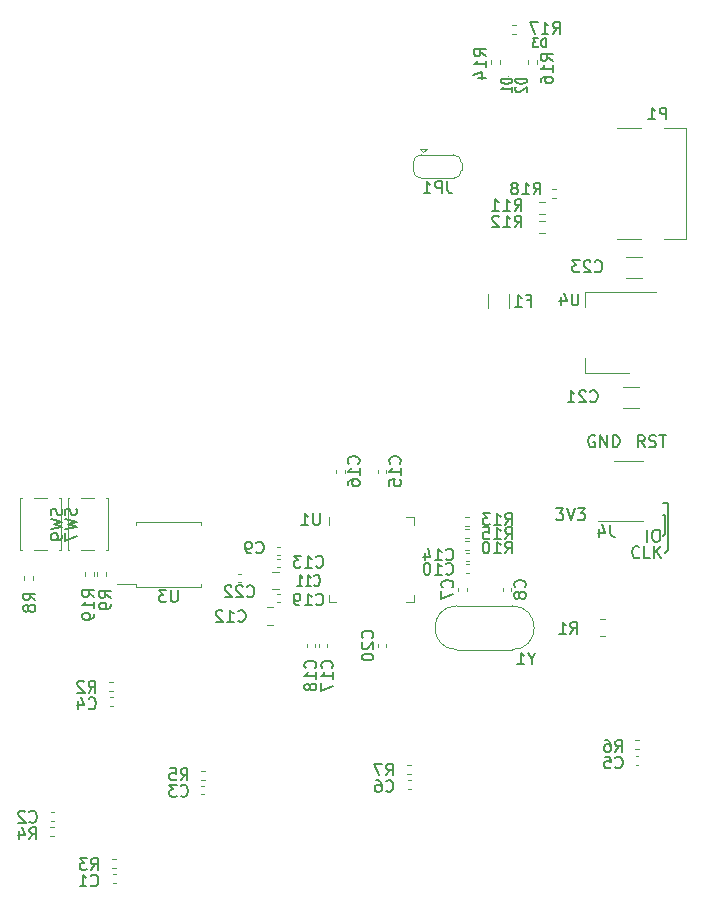
<source format=gbo>
G04 #@! TF.GenerationSoftware,KiCad,Pcbnew,5.1.9+dfsg1-1*
G04 #@! TF.CreationDate,2022-06-11T21:35:15-07:00*
G04 #@! TF.ProjectId,keygame,6b657967-616d-4652-9e6b-696361645f70,rev?*
G04 #@! TF.SameCoordinates,Original*
G04 #@! TF.FileFunction,Legend,Bot*
G04 #@! TF.FilePolarity,Positive*
%FSLAX46Y46*%
G04 Gerber Fmt 4.6, Leading zero omitted, Abs format (unit mm)*
G04 Created by KiCad (PCBNEW 5.1.9+dfsg1-1) date 2022-06-11 21:35:15*
%MOMM*%
%LPD*%
G01*
G04 APERTURE LIST*
%ADD10C,0.150000*%
%ADD11C,0.120000*%
%ADD12C,0.100000*%
%ADD13R,0.650000X1.050000*%
%ADD14C,0.800000*%
%ADD15C,6.400000*%
%ADD16R,1.700000X1.700000*%
%ADD17O,1.700000X1.700000*%
%ADD18C,2.000000*%
%ADD19C,1.524000*%
%ADD20C,1.800000*%
%ADD21C,4.000000*%
%ADD22R,2.000000X0.500000*%
%ADD23R,1.000000X1.500000*%
%ADD24R,2.000000X3.800000*%
%ADD25R,2.000000X1.500000*%
%ADD26C,1.500000*%
%ADD27O,1.600000X1.000000*%
%ADD28C,0.650000*%
%ADD29O,2.100000X1.000000*%
%ADD30R,1.450000X0.300000*%
%ADD31R,1.450000X0.600000*%
%ADD32C,0.254000*%
G04 APERTURE END LIST*
D10*
X179161904Y-57652380D02*
X179780952Y-57652380D01*
X179447619Y-58033333D01*
X179590476Y-58033333D01*
X179685714Y-58080952D01*
X179733333Y-58128571D01*
X179780952Y-58223809D01*
X179780952Y-58461904D01*
X179733333Y-58557142D01*
X179685714Y-58604761D01*
X179590476Y-58652380D01*
X179304761Y-58652380D01*
X179209523Y-58604761D01*
X179161904Y-58557142D01*
X180066666Y-57652380D02*
X180400000Y-58652380D01*
X180733333Y-57652380D01*
X180971428Y-57652380D02*
X181590476Y-57652380D01*
X181257142Y-58033333D01*
X181400000Y-58033333D01*
X181495238Y-58080952D01*
X181542857Y-58128571D01*
X181590476Y-58223809D01*
X181590476Y-58461904D01*
X181542857Y-58557142D01*
X181495238Y-58604761D01*
X181400000Y-58652380D01*
X181114285Y-58652380D01*
X181019047Y-58604761D01*
X180971428Y-58557142D01*
X182438095Y-51500000D02*
X182342857Y-51452380D01*
X182200000Y-51452380D01*
X182057142Y-51500000D01*
X181961904Y-51595238D01*
X181914285Y-51690476D01*
X181866666Y-51880952D01*
X181866666Y-52023809D01*
X181914285Y-52214285D01*
X181961904Y-52309523D01*
X182057142Y-52404761D01*
X182200000Y-52452380D01*
X182295238Y-52452380D01*
X182438095Y-52404761D01*
X182485714Y-52357142D01*
X182485714Y-52023809D01*
X182295238Y-52023809D01*
X182914285Y-52452380D02*
X182914285Y-51452380D01*
X183485714Y-52452380D01*
X183485714Y-51452380D01*
X183961904Y-52452380D02*
X183961904Y-51452380D01*
X184200000Y-51452380D01*
X184342857Y-51500000D01*
X184438095Y-51595238D01*
X184485714Y-51690476D01*
X184533333Y-51880952D01*
X184533333Y-52023809D01*
X184485714Y-52214285D01*
X184438095Y-52309523D01*
X184342857Y-52404761D01*
X184200000Y-52452380D01*
X183961904Y-52452380D01*
X186652380Y-52452380D02*
X186319047Y-51976190D01*
X186080952Y-52452380D02*
X186080952Y-51452380D01*
X186461904Y-51452380D01*
X186557142Y-51500000D01*
X186604761Y-51547619D01*
X186652380Y-51642857D01*
X186652380Y-51785714D01*
X186604761Y-51880952D01*
X186557142Y-51928571D01*
X186461904Y-51976190D01*
X186080952Y-51976190D01*
X187033333Y-52404761D02*
X187176190Y-52452380D01*
X187414285Y-52452380D01*
X187509523Y-52404761D01*
X187557142Y-52357142D01*
X187604761Y-52261904D01*
X187604761Y-52166666D01*
X187557142Y-52071428D01*
X187509523Y-52023809D01*
X187414285Y-51976190D01*
X187223809Y-51928571D01*
X187128571Y-51880952D01*
X187080952Y-51833333D01*
X187033333Y-51738095D01*
X187033333Y-51642857D01*
X187080952Y-51547619D01*
X187128571Y-51500000D01*
X187223809Y-51452380D01*
X187461904Y-51452380D01*
X187604761Y-51500000D01*
X187890476Y-51452380D02*
X188461904Y-51452380D01*
X188176190Y-52452380D02*
X188176190Y-51452380D01*
X188400000Y-58200000D02*
X188200000Y-58200000D01*
X188600000Y-57200000D02*
X188200000Y-57200000D01*
X188600000Y-61200000D02*
X188600000Y-57200000D01*
X188400000Y-61400000D02*
X188600000Y-61200000D01*
X188400000Y-59800000D02*
X188400000Y-58200000D01*
X188200000Y-60000000D02*
X188400000Y-59800000D01*
X186204761Y-61757142D02*
X186157142Y-61804761D01*
X186014285Y-61852380D01*
X185919047Y-61852380D01*
X185776190Y-61804761D01*
X185680952Y-61709523D01*
X185633333Y-61614285D01*
X185585714Y-61423809D01*
X185585714Y-61280952D01*
X185633333Y-61090476D01*
X185680952Y-60995238D01*
X185776190Y-60900000D01*
X185919047Y-60852380D01*
X186014285Y-60852380D01*
X186157142Y-60900000D01*
X186204761Y-60947619D01*
X187109523Y-61852380D02*
X186633333Y-61852380D01*
X186633333Y-60852380D01*
X187442857Y-61852380D02*
X187442857Y-60852380D01*
X188014285Y-61852380D02*
X187585714Y-61280952D01*
X188014285Y-60852380D02*
X187442857Y-61423809D01*
X186876190Y-60452380D02*
X186876190Y-59452380D01*
X187542857Y-59452380D02*
X187733333Y-59452380D01*
X187828571Y-59500000D01*
X187923809Y-59595238D01*
X187971428Y-59785714D01*
X187971428Y-60119047D01*
X187923809Y-60309523D01*
X187828571Y-60404761D01*
X187733333Y-60452380D01*
X187542857Y-60452380D01*
X187447619Y-60404761D01*
X187352380Y-60309523D01*
X187304761Y-60119047D01*
X187304761Y-59785714D01*
X187352380Y-59595238D01*
X187447619Y-59500000D01*
X187542857Y-59452380D01*
D11*
X137800000Y-61200000D02*
X137800000Y-56800000D01*
X137800000Y-56800000D02*
X137920000Y-56800000D01*
X138930000Y-56800000D02*
X140070000Y-56800000D01*
X141080000Y-56800000D02*
X141200000Y-56800000D01*
X141200000Y-56800000D02*
X141200000Y-61200000D01*
X141200000Y-61200000D02*
X141080000Y-61200000D01*
X140070000Y-61200000D02*
X138930000Y-61200000D01*
X137920000Y-61200000D02*
X137800000Y-61200000D01*
X137080000Y-56800000D02*
X137200000Y-56800000D01*
X134930000Y-56800000D02*
X136070000Y-56800000D01*
X133800000Y-56800000D02*
X133920000Y-56800000D01*
X133800000Y-61200000D02*
X133800000Y-56800000D01*
X133920000Y-61200000D02*
X133800000Y-61200000D01*
X136070000Y-61200000D02*
X134930000Y-61200000D01*
X137200000Y-61200000D02*
X137080000Y-61200000D01*
X137200000Y-56800000D02*
X137200000Y-61200000D01*
X141865835Y-89360000D02*
X141634165Y-89360000D01*
X141865835Y-88640000D02*
X141634165Y-88640000D01*
X136384165Y-84110000D02*
X136615835Y-84110000D01*
X136384165Y-83390000D02*
X136615835Y-83390000D01*
X149340835Y-81860000D02*
X149109165Y-81860000D01*
X149340835Y-81140000D02*
X149109165Y-81140000D01*
X141615835Y-74360000D02*
X141384165Y-74360000D01*
X141615835Y-73640000D02*
X141384165Y-73640000D01*
X186115835Y-78640000D02*
X185884165Y-78640000D01*
X186115835Y-79360000D02*
X185884165Y-79360000D01*
X166865835Y-81360000D02*
X166634165Y-81360000D01*
X166865835Y-80640000D02*
X166634165Y-80640000D01*
X155765835Y-60890000D02*
X155534165Y-60890000D01*
X155765835Y-61610000D02*
X155534165Y-61610000D01*
X171534165Y-62390000D02*
X171765835Y-62390000D01*
X171534165Y-63110000D02*
X171765835Y-63110000D01*
X155661252Y-64485000D02*
X155138748Y-64485000D01*
X155661252Y-63015000D02*
X155138748Y-63015000D01*
X155161252Y-66015000D02*
X154638748Y-66015000D01*
X155161252Y-67485000D02*
X154638748Y-67485000D01*
X155765835Y-62610000D02*
X155534165Y-62610000D01*
X155765835Y-61890000D02*
X155534165Y-61890000D01*
X171534165Y-62110000D02*
X171765835Y-62110000D01*
X171534165Y-61390000D02*
X171765835Y-61390000D01*
X164040000Y-54615835D02*
X164040000Y-54384165D01*
X164760000Y-54615835D02*
X164760000Y-54384165D01*
X161260000Y-54615835D02*
X161260000Y-54384165D01*
X160540000Y-54615835D02*
X160540000Y-54384165D01*
X159040000Y-69134165D02*
X159040000Y-69365835D01*
X159760000Y-69134165D02*
X159760000Y-69365835D01*
X158760000Y-69134165D02*
X158760000Y-69365835D01*
X158040000Y-69134165D02*
X158040000Y-69365835D01*
X155765835Y-64890000D02*
X155534165Y-64890000D01*
X155765835Y-65610000D02*
X155534165Y-65610000D01*
X164760000Y-69134165D02*
X164760000Y-69365835D01*
X164040000Y-69134165D02*
X164040000Y-69365835D01*
X152234165Y-63910000D02*
X152465835Y-63910000D01*
X152234165Y-63190000D02*
X152465835Y-63190000D01*
X186510000Y-53660000D02*
X186510000Y-53610000D01*
X184090000Y-53660000D02*
X184090000Y-53610000D01*
X186510000Y-58730000D02*
X186510000Y-58680000D01*
X184090000Y-58730000D02*
X184090000Y-58680000D01*
X182710000Y-58680000D02*
X184090000Y-58680000D01*
X184090000Y-53610000D02*
X186510000Y-53610000D01*
X184090000Y-58730000D02*
X186510000Y-58730000D01*
X167700000Y-29700000D02*
X170500000Y-29700000D01*
X171150000Y-29000000D02*
X171150000Y-28400000D01*
X170500000Y-27700000D02*
X167700000Y-27700000D01*
X167050000Y-28400000D02*
X167050000Y-29000000D01*
X167900000Y-27500000D02*
X167600000Y-27200000D01*
X167600000Y-27200000D02*
X168200000Y-27200000D01*
X167900000Y-27500000D02*
X168200000Y-27200000D01*
X170450000Y-29700000D02*
G75*
G03*
X171150000Y-29000000I0J700000D01*
G01*
X171150000Y-28400000D02*
G75*
G03*
X170450000Y-27700000I-700000J0D01*
G01*
X167750000Y-27700000D02*
G75*
G03*
X167050000Y-28400000I0J-700000D01*
G01*
X167050000Y-29000000D02*
G75*
G03*
X167750000Y-29700000I700000J0D01*
G01*
X182852936Y-66995000D02*
X183307064Y-66995000D01*
X182852936Y-68465000D02*
X183307064Y-68465000D01*
X141667621Y-73130000D02*
X141332379Y-73130000D01*
X141667621Y-72370000D02*
X141332379Y-72370000D01*
X141917621Y-88130000D02*
X141582379Y-88130000D01*
X141917621Y-87370000D02*
X141582379Y-87370000D01*
X136332379Y-84620000D02*
X136667621Y-84620000D01*
X136332379Y-85380000D02*
X136667621Y-85380000D01*
X149417621Y-80630000D02*
X149082379Y-80630000D01*
X149417621Y-79870000D02*
X149082379Y-79870000D01*
X186167621Y-77290000D02*
X185832379Y-77290000D01*
X186167621Y-78050000D02*
X185832379Y-78050000D01*
X166892621Y-80130000D02*
X166557379Y-80130000D01*
X166892621Y-79370000D02*
X166557379Y-79370000D01*
X134120000Y-63667621D02*
X134120000Y-63332379D01*
X134880000Y-63667621D02*
X134880000Y-63332379D01*
X141080000Y-63367621D02*
X141080000Y-63032379D01*
X140320000Y-63367621D02*
X140320000Y-63032379D01*
X171817621Y-60370000D02*
X171482379Y-60370000D01*
X171817621Y-61130000D02*
X171482379Y-61130000D01*
X171817621Y-58370000D02*
X171482379Y-58370000D01*
X171817621Y-59130000D02*
X171482379Y-59130000D01*
X171817621Y-59370000D02*
X171482379Y-59370000D01*
X171817621Y-60130000D02*
X171482379Y-60130000D01*
X179167621Y-31380000D02*
X178832379Y-31380000D01*
X179167621Y-30620000D02*
X178832379Y-30620000D01*
X139270000Y-63032379D02*
X139270000Y-63367621D01*
X140030000Y-63032379D02*
X140030000Y-63367621D01*
X159890000Y-59040000D02*
X159890000Y-58390000D01*
X167110000Y-65610000D02*
X166460000Y-65610000D01*
X167110000Y-64960000D02*
X167110000Y-65610000D01*
X167110000Y-58390000D02*
X166460000Y-58390000D01*
X167110000Y-59040000D02*
X167110000Y-58390000D01*
X159890000Y-65610000D02*
X160540000Y-65610000D01*
X159890000Y-64960000D02*
X159890000Y-65610000D01*
X143625000Y-64015000D02*
X141950000Y-64015000D01*
X143625000Y-64275000D02*
X143625000Y-64015000D01*
X146350000Y-64275000D02*
X143625000Y-64275000D01*
X149075000Y-64275000D02*
X149075000Y-64015000D01*
X146350000Y-64275000D02*
X149075000Y-64275000D01*
X143625000Y-58825000D02*
X143625000Y-59085000D01*
X146350000Y-58825000D02*
X143625000Y-58825000D01*
X149075000Y-58825000D02*
X149075000Y-59085000D01*
X146350000Y-58825000D02*
X149075000Y-58825000D01*
X187600000Y-39340000D02*
X181590000Y-39340000D01*
X185350000Y-46160000D02*
X181590000Y-46160000D01*
X181590000Y-39340000D02*
X181590000Y-40600000D01*
X181590000Y-46160000D02*
X181590000Y-44900000D01*
X175450000Y-69600000D02*
X170750000Y-69600000D01*
X175450000Y-65900000D02*
X170750000Y-65900000D01*
X175450000Y-69600000D02*
G75*
G03*
X175450000Y-65900000I0J1850000D01*
G01*
X170750000Y-69600000D02*
G75*
G02*
X170750000Y-65900000I0J1850000D01*
G01*
X170890000Y-64615835D02*
X170890000Y-64384165D01*
X171610000Y-64615835D02*
X171610000Y-64384165D01*
X175360000Y-64615835D02*
X175360000Y-64384165D01*
X174640000Y-64615835D02*
X174640000Y-64384165D01*
X190150000Y-25410000D02*
X190150000Y-34810000D01*
X184350000Y-34810000D02*
X186350000Y-34810000D01*
X188250000Y-34810000D02*
X190150000Y-34810000D01*
X184350000Y-25410000D02*
X186350000Y-25410000D01*
X188250000Y-25410000D02*
X190150000Y-25410000D01*
D12*
X175120000Y-21107500D02*
G75*
G03*
X175120000Y-21107500I-50000J0D01*
G01*
X176170000Y-21105000D02*
G75*
G03*
X176170000Y-21105000I-50000J0D01*
G01*
X176875000Y-18150000D02*
G75*
G03*
X176875000Y-18150000I-50000J0D01*
G01*
D11*
X173640000Y-20027621D02*
X173640000Y-19692379D01*
X174400000Y-20027621D02*
X174400000Y-19692379D01*
X177560000Y-20027621D02*
X177560000Y-19692379D01*
X176800000Y-20027621D02*
X176800000Y-19692379D01*
X175727621Y-17460000D02*
X175392379Y-17460000D01*
X175727621Y-16700000D02*
X175392379Y-16700000D01*
X186211252Y-47340000D02*
X184788748Y-47340000D01*
X186211252Y-49160000D02*
X184788748Y-49160000D01*
X185038748Y-36340000D02*
X186461252Y-36340000D01*
X185038748Y-38160000D02*
X186461252Y-38160000D01*
X178254724Y-31677500D02*
X177745276Y-31677500D01*
X178254724Y-32722500D02*
X177745276Y-32722500D01*
X178254724Y-34322500D02*
X177745276Y-34322500D01*
X178254724Y-33277500D02*
X177745276Y-33277500D01*
X173390000Y-40702064D02*
X173390000Y-39497936D01*
X175210000Y-40702064D02*
X175210000Y-39497936D01*
D10*
X137304761Y-57666666D02*
X137352380Y-57809523D01*
X137352380Y-58047619D01*
X137304761Y-58142857D01*
X137257142Y-58190476D01*
X137161904Y-58238095D01*
X137066666Y-58238095D01*
X136971428Y-58190476D01*
X136923809Y-58142857D01*
X136876190Y-58047619D01*
X136828571Y-57857142D01*
X136780952Y-57761904D01*
X136733333Y-57714285D01*
X136638095Y-57666666D01*
X136542857Y-57666666D01*
X136447619Y-57714285D01*
X136400000Y-57761904D01*
X136352380Y-57857142D01*
X136352380Y-58095238D01*
X136400000Y-58238095D01*
X136352380Y-58571428D02*
X137352380Y-58809523D01*
X136638095Y-59000000D01*
X137352380Y-59190476D01*
X136352380Y-59428571D01*
X137352380Y-59857142D02*
X137352380Y-60047619D01*
X137304761Y-60142857D01*
X137257142Y-60190476D01*
X137114285Y-60285714D01*
X136923809Y-60333333D01*
X136542857Y-60333333D01*
X136447619Y-60285714D01*
X136400000Y-60238095D01*
X136352380Y-60142857D01*
X136352380Y-59952380D01*
X136400000Y-59857142D01*
X136447619Y-59809523D01*
X136542857Y-59761904D01*
X136780952Y-59761904D01*
X136876190Y-59809523D01*
X136923809Y-59857142D01*
X136971428Y-59952380D01*
X136971428Y-60142857D01*
X136923809Y-60238095D01*
X136876190Y-60285714D01*
X136780952Y-60333333D01*
X138504761Y-57666666D02*
X138552380Y-57809523D01*
X138552380Y-58047619D01*
X138504761Y-58142857D01*
X138457142Y-58190476D01*
X138361904Y-58238095D01*
X138266666Y-58238095D01*
X138171428Y-58190476D01*
X138123809Y-58142857D01*
X138076190Y-58047619D01*
X138028571Y-57857142D01*
X137980952Y-57761904D01*
X137933333Y-57714285D01*
X137838095Y-57666666D01*
X137742857Y-57666666D01*
X137647619Y-57714285D01*
X137600000Y-57761904D01*
X137552380Y-57857142D01*
X137552380Y-58095238D01*
X137600000Y-58238095D01*
X137552380Y-58571428D02*
X138552380Y-58809523D01*
X137838095Y-59000000D01*
X138552380Y-59190476D01*
X137552380Y-59428571D01*
X137552380Y-59714285D02*
X137552380Y-60380952D01*
X138552380Y-59952380D01*
X139766666Y-89557142D02*
X139814285Y-89604761D01*
X139957142Y-89652380D01*
X140052380Y-89652380D01*
X140195238Y-89604761D01*
X140290476Y-89509523D01*
X140338095Y-89414285D01*
X140385714Y-89223809D01*
X140385714Y-89080952D01*
X140338095Y-88890476D01*
X140290476Y-88795238D01*
X140195238Y-88700000D01*
X140052380Y-88652380D01*
X139957142Y-88652380D01*
X139814285Y-88700000D01*
X139766666Y-88747619D01*
X138814285Y-89652380D02*
X139385714Y-89652380D01*
X139100000Y-89652380D02*
X139100000Y-88652380D01*
X139195238Y-88795238D01*
X139290476Y-88890476D01*
X139385714Y-88938095D01*
X134566666Y-84157142D02*
X134614285Y-84204761D01*
X134757142Y-84252380D01*
X134852380Y-84252380D01*
X134995238Y-84204761D01*
X135090476Y-84109523D01*
X135138095Y-84014285D01*
X135185714Y-83823809D01*
X135185714Y-83680952D01*
X135138095Y-83490476D01*
X135090476Y-83395238D01*
X134995238Y-83300000D01*
X134852380Y-83252380D01*
X134757142Y-83252380D01*
X134614285Y-83300000D01*
X134566666Y-83347619D01*
X134185714Y-83347619D02*
X134138095Y-83300000D01*
X134042857Y-83252380D01*
X133804761Y-83252380D01*
X133709523Y-83300000D01*
X133661904Y-83347619D01*
X133614285Y-83442857D01*
X133614285Y-83538095D01*
X133661904Y-83680952D01*
X134233333Y-84252380D01*
X133614285Y-84252380D01*
X147366666Y-81957142D02*
X147414285Y-82004761D01*
X147557142Y-82052380D01*
X147652380Y-82052380D01*
X147795238Y-82004761D01*
X147890476Y-81909523D01*
X147938095Y-81814285D01*
X147985714Y-81623809D01*
X147985714Y-81480952D01*
X147938095Y-81290476D01*
X147890476Y-81195238D01*
X147795238Y-81100000D01*
X147652380Y-81052380D01*
X147557142Y-81052380D01*
X147414285Y-81100000D01*
X147366666Y-81147619D01*
X147033333Y-81052380D02*
X146414285Y-81052380D01*
X146747619Y-81433333D01*
X146604761Y-81433333D01*
X146509523Y-81480952D01*
X146461904Y-81528571D01*
X146414285Y-81623809D01*
X146414285Y-81861904D01*
X146461904Y-81957142D01*
X146509523Y-82004761D01*
X146604761Y-82052380D01*
X146890476Y-82052380D01*
X146985714Y-82004761D01*
X147033333Y-81957142D01*
X139566666Y-74557142D02*
X139614285Y-74604761D01*
X139757142Y-74652380D01*
X139852380Y-74652380D01*
X139995238Y-74604761D01*
X140090476Y-74509523D01*
X140138095Y-74414285D01*
X140185714Y-74223809D01*
X140185714Y-74080952D01*
X140138095Y-73890476D01*
X140090476Y-73795238D01*
X139995238Y-73700000D01*
X139852380Y-73652380D01*
X139757142Y-73652380D01*
X139614285Y-73700000D01*
X139566666Y-73747619D01*
X138709523Y-73985714D02*
X138709523Y-74652380D01*
X138947619Y-73604761D02*
X139185714Y-74319047D01*
X138566666Y-74319047D01*
X184166666Y-79557142D02*
X184214285Y-79604761D01*
X184357142Y-79652380D01*
X184452380Y-79652380D01*
X184595238Y-79604761D01*
X184690476Y-79509523D01*
X184738095Y-79414285D01*
X184785714Y-79223809D01*
X184785714Y-79080952D01*
X184738095Y-78890476D01*
X184690476Y-78795238D01*
X184595238Y-78700000D01*
X184452380Y-78652380D01*
X184357142Y-78652380D01*
X184214285Y-78700000D01*
X184166666Y-78747619D01*
X183261904Y-78652380D02*
X183738095Y-78652380D01*
X183785714Y-79128571D01*
X183738095Y-79080952D01*
X183642857Y-79033333D01*
X183404761Y-79033333D01*
X183309523Y-79080952D01*
X183261904Y-79128571D01*
X183214285Y-79223809D01*
X183214285Y-79461904D01*
X183261904Y-79557142D01*
X183309523Y-79604761D01*
X183404761Y-79652380D01*
X183642857Y-79652380D01*
X183738095Y-79604761D01*
X183785714Y-79557142D01*
X164766666Y-81557142D02*
X164814285Y-81604761D01*
X164957142Y-81652380D01*
X165052380Y-81652380D01*
X165195238Y-81604761D01*
X165290476Y-81509523D01*
X165338095Y-81414285D01*
X165385714Y-81223809D01*
X165385714Y-81080952D01*
X165338095Y-80890476D01*
X165290476Y-80795238D01*
X165195238Y-80700000D01*
X165052380Y-80652380D01*
X164957142Y-80652380D01*
X164814285Y-80700000D01*
X164766666Y-80747619D01*
X163909523Y-80652380D02*
X164100000Y-80652380D01*
X164195238Y-80700000D01*
X164242857Y-80747619D01*
X164338095Y-80890476D01*
X164385714Y-81080952D01*
X164385714Y-81461904D01*
X164338095Y-81557142D01*
X164290476Y-81604761D01*
X164195238Y-81652380D01*
X164004761Y-81652380D01*
X163909523Y-81604761D01*
X163861904Y-81557142D01*
X163814285Y-81461904D01*
X163814285Y-81223809D01*
X163861904Y-81128571D01*
X163909523Y-81080952D01*
X164004761Y-81033333D01*
X164195238Y-81033333D01*
X164290476Y-81080952D01*
X164338095Y-81128571D01*
X164385714Y-81223809D01*
X153766666Y-61357142D02*
X153814285Y-61404761D01*
X153957142Y-61452380D01*
X154052380Y-61452380D01*
X154195238Y-61404761D01*
X154290476Y-61309523D01*
X154338095Y-61214285D01*
X154385714Y-61023809D01*
X154385714Y-60880952D01*
X154338095Y-60690476D01*
X154290476Y-60595238D01*
X154195238Y-60500000D01*
X154052380Y-60452380D01*
X153957142Y-60452380D01*
X153814285Y-60500000D01*
X153766666Y-60547619D01*
X153290476Y-61452380D02*
X153100000Y-61452380D01*
X153004761Y-61404761D01*
X152957142Y-61357142D01*
X152861904Y-61214285D01*
X152814285Y-61023809D01*
X152814285Y-60642857D01*
X152861904Y-60547619D01*
X152909523Y-60500000D01*
X153004761Y-60452380D01*
X153195238Y-60452380D01*
X153290476Y-60500000D01*
X153338095Y-60547619D01*
X153385714Y-60642857D01*
X153385714Y-60880952D01*
X153338095Y-60976190D01*
X153290476Y-61023809D01*
X153195238Y-61071428D01*
X153004761Y-61071428D01*
X152909523Y-61023809D01*
X152861904Y-60976190D01*
X152814285Y-60880952D01*
X169842857Y-63157142D02*
X169890476Y-63204761D01*
X170033333Y-63252380D01*
X170128571Y-63252380D01*
X170271428Y-63204761D01*
X170366666Y-63109523D01*
X170414285Y-63014285D01*
X170461904Y-62823809D01*
X170461904Y-62680952D01*
X170414285Y-62490476D01*
X170366666Y-62395238D01*
X170271428Y-62300000D01*
X170128571Y-62252380D01*
X170033333Y-62252380D01*
X169890476Y-62300000D01*
X169842857Y-62347619D01*
X168890476Y-63252380D02*
X169461904Y-63252380D01*
X169176190Y-63252380D02*
X169176190Y-62252380D01*
X169271428Y-62395238D01*
X169366666Y-62490476D01*
X169461904Y-62538095D01*
X168271428Y-62252380D02*
X168176190Y-62252380D01*
X168080952Y-62300000D01*
X168033333Y-62347619D01*
X167985714Y-62442857D01*
X167938095Y-62633333D01*
X167938095Y-62871428D01*
X167985714Y-63061904D01*
X168033333Y-63157142D01*
X168080952Y-63204761D01*
X168176190Y-63252380D01*
X168271428Y-63252380D01*
X168366666Y-63204761D01*
X168414285Y-63157142D01*
X168461904Y-63061904D01*
X168509523Y-62871428D01*
X168509523Y-62633333D01*
X168461904Y-62442857D01*
X168414285Y-62347619D01*
X168366666Y-62300000D01*
X168271428Y-62252380D01*
X158682142Y-64157142D02*
X158717857Y-64204761D01*
X158825000Y-64252380D01*
X158896428Y-64252380D01*
X159003571Y-64204761D01*
X159075000Y-64109523D01*
X159110714Y-64014285D01*
X159146428Y-63823809D01*
X159146428Y-63680952D01*
X159110714Y-63490476D01*
X159075000Y-63395238D01*
X159003571Y-63300000D01*
X158896428Y-63252380D01*
X158825000Y-63252380D01*
X158717857Y-63300000D01*
X158682142Y-63347619D01*
X157967857Y-64252380D02*
X158396428Y-64252380D01*
X158182142Y-64252380D02*
X158182142Y-63252380D01*
X158253571Y-63395238D01*
X158325000Y-63490476D01*
X158396428Y-63538095D01*
X157253571Y-64252380D02*
X157682142Y-64252380D01*
X157467857Y-64252380D02*
X157467857Y-63252380D01*
X157539285Y-63395238D01*
X157610714Y-63490476D01*
X157682142Y-63538095D01*
X152242857Y-67157142D02*
X152290476Y-67204761D01*
X152433333Y-67252380D01*
X152528571Y-67252380D01*
X152671428Y-67204761D01*
X152766666Y-67109523D01*
X152814285Y-67014285D01*
X152861904Y-66823809D01*
X152861904Y-66680952D01*
X152814285Y-66490476D01*
X152766666Y-66395238D01*
X152671428Y-66300000D01*
X152528571Y-66252380D01*
X152433333Y-66252380D01*
X152290476Y-66300000D01*
X152242857Y-66347619D01*
X151290476Y-67252380D02*
X151861904Y-67252380D01*
X151576190Y-67252380D02*
X151576190Y-66252380D01*
X151671428Y-66395238D01*
X151766666Y-66490476D01*
X151861904Y-66538095D01*
X150909523Y-66347619D02*
X150861904Y-66300000D01*
X150766666Y-66252380D01*
X150528571Y-66252380D01*
X150433333Y-66300000D01*
X150385714Y-66347619D01*
X150338095Y-66442857D01*
X150338095Y-66538095D01*
X150385714Y-66680952D01*
X150957142Y-67252380D01*
X150338095Y-67252380D01*
X158842857Y-62557142D02*
X158890476Y-62604761D01*
X159033333Y-62652380D01*
X159128571Y-62652380D01*
X159271428Y-62604761D01*
X159366666Y-62509523D01*
X159414285Y-62414285D01*
X159461904Y-62223809D01*
X159461904Y-62080952D01*
X159414285Y-61890476D01*
X159366666Y-61795238D01*
X159271428Y-61700000D01*
X159128571Y-61652380D01*
X159033333Y-61652380D01*
X158890476Y-61700000D01*
X158842857Y-61747619D01*
X157890476Y-62652380D02*
X158461904Y-62652380D01*
X158176190Y-62652380D02*
X158176190Y-61652380D01*
X158271428Y-61795238D01*
X158366666Y-61890476D01*
X158461904Y-61938095D01*
X157557142Y-61652380D02*
X156938095Y-61652380D01*
X157271428Y-62033333D01*
X157128571Y-62033333D01*
X157033333Y-62080952D01*
X156985714Y-62128571D01*
X156938095Y-62223809D01*
X156938095Y-62461904D01*
X156985714Y-62557142D01*
X157033333Y-62604761D01*
X157128571Y-62652380D01*
X157414285Y-62652380D01*
X157509523Y-62604761D01*
X157557142Y-62557142D01*
X169842857Y-61957142D02*
X169890476Y-62004761D01*
X170033333Y-62052380D01*
X170128571Y-62052380D01*
X170271428Y-62004761D01*
X170366666Y-61909523D01*
X170414285Y-61814285D01*
X170461904Y-61623809D01*
X170461904Y-61480952D01*
X170414285Y-61290476D01*
X170366666Y-61195238D01*
X170271428Y-61100000D01*
X170128571Y-61052380D01*
X170033333Y-61052380D01*
X169890476Y-61100000D01*
X169842857Y-61147619D01*
X168890476Y-62052380D02*
X169461904Y-62052380D01*
X169176190Y-62052380D02*
X169176190Y-61052380D01*
X169271428Y-61195238D01*
X169366666Y-61290476D01*
X169461904Y-61338095D01*
X168033333Y-61385714D02*
X168033333Y-62052380D01*
X168271428Y-61004761D02*
X168509523Y-61719047D01*
X167890476Y-61719047D01*
X165917142Y-53857142D02*
X165964761Y-53809523D01*
X166012380Y-53666666D01*
X166012380Y-53571428D01*
X165964761Y-53428571D01*
X165869523Y-53333333D01*
X165774285Y-53285714D01*
X165583809Y-53238095D01*
X165440952Y-53238095D01*
X165250476Y-53285714D01*
X165155238Y-53333333D01*
X165060000Y-53428571D01*
X165012380Y-53571428D01*
X165012380Y-53666666D01*
X165060000Y-53809523D01*
X165107619Y-53857142D01*
X166012380Y-54809523D02*
X166012380Y-54238095D01*
X166012380Y-54523809D02*
X165012380Y-54523809D01*
X165155238Y-54428571D01*
X165250476Y-54333333D01*
X165298095Y-54238095D01*
X165012380Y-55714285D02*
X165012380Y-55238095D01*
X165488571Y-55190476D01*
X165440952Y-55238095D01*
X165393333Y-55333333D01*
X165393333Y-55571428D01*
X165440952Y-55666666D01*
X165488571Y-55714285D01*
X165583809Y-55761904D01*
X165821904Y-55761904D01*
X165917142Y-55714285D01*
X165964761Y-55666666D01*
X166012380Y-55571428D01*
X166012380Y-55333333D01*
X165964761Y-55238095D01*
X165917142Y-55190476D01*
X162417142Y-53857142D02*
X162464761Y-53809523D01*
X162512380Y-53666666D01*
X162512380Y-53571428D01*
X162464761Y-53428571D01*
X162369523Y-53333333D01*
X162274285Y-53285714D01*
X162083809Y-53238095D01*
X161940952Y-53238095D01*
X161750476Y-53285714D01*
X161655238Y-53333333D01*
X161560000Y-53428571D01*
X161512380Y-53571428D01*
X161512380Y-53666666D01*
X161560000Y-53809523D01*
X161607619Y-53857142D01*
X162512380Y-54809523D02*
X162512380Y-54238095D01*
X162512380Y-54523809D02*
X161512380Y-54523809D01*
X161655238Y-54428571D01*
X161750476Y-54333333D01*
X161798095Y-54238095D01*
X161512380Y-55666666D02*
X161512380Y-55476190D01*
X161560000Y-55380952D01*
X161607619Y-55333333D01*
X161750476Y-55238095D01*
X161940952Y-55190476D01*
X162321904Y-55190476D01*
X162417142Y-55238095D01*
X162464761Y-55285714D01*
X162512380Y-55380952D01*
X162512380Y-55571428D01*
X162464761Y-55666666D01*
X162417142Y-55714285D01*
X162321904Y-55761904D01*
X162083809Y-55761904D01*
X161988571Y-55714285D01*
X161940952Y-55666666D01*
X161893333Y-55571428D01*
X161893333Y-55380952D01*
X161940952Y-55285714D01*
X161988571Y-55238095D01*
X162083809Y-55190476D01*
X160157142Y-71157142D02*
X160204761Y-71109523D01*
X160252380Y-70966666D01*
X160252380Y-70871428D01*
X160204761Y-70728571D01*
X160109523Y-70633333D01*
X160014285Y-70585714D01*
X159823809Y-70538095D01*
X159680952Y-70538095D01*
X159490476Y-70585714D01*
X159395238Y-70633333D01*
X159300000Y-70728571D01*
X159252380Y-70871428D01*
X159252380Y-70966666D01*
X159300000Y-71109523D01*
X159347619Y-71157142D01*
X160252380Y-72109523D02*
X160252380Y-71538095D01*
X160252380Y-71823809D02*
X159252380Y-71823809D01*
X159395238Y-71728571D01*
X159490476Y-71633333D01*
X159538095Y-71538095D01*
X159252380Y-72442857D02*
X159252380Y-73109523D01*
X160252380Y-72680952D01*
X158757142Y-71157142D02*
X158804761Y-71109523D01*
X158852380Y-70966666D01*
X158852380Y-70871428D01*
X158804761Y-70728571D01*
X158709523Y-70633333D01*
X158614285Y-70585714D01*
X158423809Y-70538095D01*
X158280952Y-70538095D01*
X158090476Y-70585714D01*
X157995238Y-70633333D01*
X157900000Y-70728571D01*
X157852380Y-70871428D01*
X157852380Y-70966666D01*
X157900000Y-71109523D01*
X157947619Y-71157142D01*
X158852380Y-72109523D02*
X158852380Y-71538095D01*
X158852380Y-71823809D02*
X157852380Y-71823809D01*
X157995238Y-71728571D01*
X158090476Y-71633333D01*
X158138095Y-71538095D01*
X158280952Y-72680952D02*
X158233333Y-72585714D01*
X158185714Y-72538095D01*
X158090476Y-72490476D01*
X158042857Y-72490476D01*
X157947619Y-72538095D01*
X157900000Y-72585714D01*
X157852380Y-72680952D01*
X157852380Y-72871428D01*
X157900000Y-72966666D01*
X157947619Y-73014285D01*
X158042857Y-73061904D01*
X158090476Y-73061904D01*
X158185714Y-73014285D01*
X158233333Y-72966666D01*
X158280952Y-72871428D01*
X158280952Y-72680952D01*
X158328571Y-72585714D01*
X158376190Y-72538095D01*
X158471428Y-72490476D01*
X158661904Y-72490476D01*
X158757142Y-72538095D01*
X158804761Y-72585714D01*
X158852380Y-72680952D01*
X158852380Y-72871428D01*
X158804761Y-72966666D01*
X158757142Y-73014285D01*
X158661904Y-73061904D01*
X158471428Y-73061904D01*
X158376190Y-73014285D01*
X158328571Y-72966666D01*
X158280952Y-72871428D01*
X158842857Y-65757142D02*
X158890476Y-65804761D01*
X159033333Y-65852380D01*
X159128571Y-65852380D01*
X159271428Y-65804761D01*
X159366666Y-65709523D01*
X159414285Y-65614285D01*
X159461904Y-65423809D01*
X159461904Y-65280952D01*
X159414285Y-65090476D01*
X159366666Y-64995238D01*
X159271428Y-64900000D01*
X159128571Y-64852380D01*
X159033333Y-64852380D01*
X158890476Y-64900000D01*
X158842857Y-64947619D01*
X157890476Y-65852380D02*
X158461904Y-65852380D01*
X158176190Y-65852380D02*
X158176190Y-64852380D01*
X158271428Y-64995238D01*
X158366666Y-65090476D01*
X158461904Y-65138095D01*
X157414285Y-65852380D02*
X157223809Y-65852380D01*
X157128571Y-65804761D01*
X157080952Y-65757142D01*
X156985714Y-65614285D01*
X156938095Y-65423809D01*
X156938095Y-65042857D01*
X156985714Y-64947619D01*
X157033333Y-64900000D01*
X157128571Y-64852380D01*
X157319047Y-64852380D01*
X157414285Y-64900000D01*
X157461904Y-64947619D01*
X157509523Y-65042857D01*
X157509523Y-65280952D01*
X157461904Y-65376190D01*
X157414285Y-65423809D01*
X157319047Y-65471428D01*
X157128571Y-65471428D01*
X157033333Y-65423809D01*
X156985714Y-65376190D01*
X156938095Y-65280952D01*
X163597142Y-68607142D02*
X163644761Y-68559523D01*
X163692380Y-68416666D01*
X163692380Y-68321428D01*
X163644761Y-68178571D01*
X163549523Y-68083333D01*
X163454285Y-68035714D01*
X163263809Y-67988095D01*
X163120952Y-67988095D01*
X162930476Y-68035714D01*
X162835238Y-68083333D01*
X162740000Y-68178571D01*
X162692380Y-68321428D01*
X162692380Y-68416666D01*
X162740000Y-68559523D01*
X162787619Y-68607142D01*
X162787619Y-68988095D02*
X162740000Y-69035714D01*
X162692380Y-69130952D01*
X162692380Y-69369047D01*
X162740000Y-69464285D01*
X162787619Y-69511904D01*
X162882857Y-69559523D01*
X162978095Y-69559523D01*
X163120952Y-69511904D01*
X163692380Y-68940476D01*
X163692380Y-69559523D01*
X162692380Y-70178571D02*
X162692380Y-70273809D01*
X162740000Y-70369047D01*
X162787619Y-70416666D01*
X162882857Y-70464285D01*
X163073333Y-70511904D01*
X163311428Y-70511904D01*
X163501904Y-70464285D01*
X163597142Y-70416666D01*
X163644761Y-70369047D01*
X163692380Y-70273809D01*
X163692380Y-70178571D01*
X163644761Y-70083333D01*
X163597142Y-70035714D01*
X163501904Y-69988095D01*
X163311428Y-69940476D01*
X163073333Y-69940476D01*
X162882857Y-69988095D01*
X162787619Y-70035714D01*
X162740000Y-70083333D01*
X162692380Y-70178571D01*
X152992857Y-65067142D02*
X153040476Y-65114761D01*
X153183333Y-65162380D01*
X153278571Y-65162380D01*
X153421428Y-65114761D01*
X153516666Y-65019523D01*
X153564285Y-64924285D01*
X153611904Y-64733809D01*
X153611904Y-64590952D01*
X153564285Y-64400476D01*
X153516666Y-64305238D01*
X153421428Y-64210000D01*
X153278571Y-64162380D01*
X153183333Y-64162380D01*
X153040476Y-64210000D01*
X152992857Y-64257619D01*
X152611904Y-64257619D02*
X152564285Y-64210000D01*
X152469047Y-64162380D01*
X152230952Y-64162380D01*
X152135714Y-64210000D01*
X152088095Y-64257619D01*
X152040476Y-64352857D01*
X152040476Y-64448095D01*
X152088095Y-64590952D01*
X152659523Y-65162380D01*
X152040476Y-65162380D01*
X151659523Y-64257619D02*
X151611904Y-64210000D01*
X151516666Y-64162380D01*
X151278571Y-64162380D01*
X151183333Y-64210000D01*
X151135714Y-64257619D01*
X151088095Y-64352857D01*
X151088095Y-64448095D01*
X151135714Y-64590952D01*
X151707142Y-65162380D01*
X151088095Y-65162380D01*
X183733333Y-59052380D02*
X183733333Y-59766666D01*
X183780952Y-59909523D01*
X183876190Y-60004761D01*
X184019047Y-60052380D01*
X184114285Y-60052380D01*
X182828571Y-59385714D02*
X182828571Y-60052380D01*
X183066666Y-59004761D02*
X183304761Y-59719047D01*
X182685714Y-59719047D01*
X169933333Y-29952380D02*
X169933333Y-30666666D01*
X169980952Y-30809523D01*
X170076190Y-30904761D01*
X170219047Y-30952380D01*
X170314285Y-30952380D01*
X169457142Y-30952380D02*
X169457142Y-29952380D01*
X169076190Y-29952380D01*
X168980952Y-30000000D01*
X168933333Y-30047619D01*
X168885714Y-30142857D01*
X168885714Y-30285714D01*
X168933333Y-30380952D01*
X168980952Y-30428571D01*
X169076190Y-30476190D01*
X169457142Y-30476190D01*
X167933333Y-30952380D02*
X168504761Y-30952380D01*
X168219047Y-30952380D02*
X168219047Y-29952380D01*
X168314285Y-30095238D01*
X168409523Y-30190476D01*
X168504761Y-30238095D01*
X180366666Y-68252380D02*
X180700000Y-67776190D01*
X180938095Y-68252380D02*
X180938095Y-67252380D01*
X180557142Y-67252380D01*
X180461904Y-67300000D01*
X180414285Y-67347619D01*
X180366666Y-67442857D01*
X180366666Y-67585714D01*
X180414285Y-67680952D01*
X180461904Y-67728571D01*
X180557142Y-67776190D01*
X180938095Y-67776190D01*
X179414285Y-68252380D02*
X179985714Y-68252380D01*
X179700000Y-68252380D02*
X179700000Y-67252380D01*
X179795238Y-67395238D01*
X179890476Y-67490476D01*
X179985714Y-67538095D01*
X139566666Y-73252380D02*
X139900000Y-72776190D01*
X140138095Y-73252380D02*
X140138095Y-72252380D01*
X139757142Y-72252380D01*
X139661904Y-72300000D01*
X139614285Y-72347619D01*
X139566666Y-72442857D01*
X139566666Y-72585714D01*
X139614285Y-72680952D01*
X139661904Y-72728571D01*
X139757142Y-72776190D01*
X140138095Y-72776190D01*
X139185714Y-72347619D02*
X139138095Y-72300000D01*
X139042857Y-72252380D01*
X138804761Y-72252380D01*
X138709523Y-72300000D01*
X138661904Y-72347619D01*
X138614285Y-72442857D01*
X138614285Y-72538095D01*
X138661904Y-72680952D01*
X139233333Y-73252380D01*
X138614285Y-73252380D01*
X139766666Y-88252380D02*
X140100000Y-87776190D01*
X140338095Y-88252380D02*
X140338095Y-87252380D01*
X139957142Y-87252380D01*
X139861904Y-87300000D01*
X139814285Y-87347619D01*
X139766666Y-87442857D01*
X139766666Y-87585714D01*
X139814285Y-87680952D01*
X139861904Y-87728571D01*
X139957142Y-87776190D01*
X140338095Y-87776190D01*
X139433333Y-87252380D02*
X138814285Y-87252380D01*
X139147619Y-87633333D01*
X139004761Y-87633333D01*
X138909523Y-87680952D01*
X138861904Y-87728571D01*
X138814285Y-87823809D01*
X138814285Y-88061904D01*
X138861904Y-88157142D01*
X138909523Y-88204761D01*
X139004761Y-88252380D01*
X139290476Y-88252380D01*
X139385714Y-88204761D01*
X139433333Y-88157142D01*
X134566666Y-85652380D02*
X134900000Y-85176190D01*
X135138095Y-85652380D02*
X135138095Y-84652380D01*
X134757142Y-84652380D01*
X134661904Y-84700000D01*
X134614285Y-84747619D01*
X134566666Y-84842857D01*
X134566666Y-84985714D01*
X134614285Y-85080952D01*
X134661904Y-85128571D01*
X134757142Y-85176190D01*
X135138095Y-85176190D01*
X133709523Y-84985714D02*
X133709523Y-85652380D01*
X133947619Y-84604761D02*
X134185714Y-85319047D01*
X133566666Y-85319047D01*
X147366666Y-80652380D02*
X147700000Y-80176190D01*
X147938095Y-80652380D02*
X147938095Y-79652380D01*
X147557142Y-79652380D01*
X147461904Y-79700000D01*
X147414285Y-79747619D01*
X147366666Y-79842857D01*
X147366666Y-79985714D01*
X147414285Y-80080952D01*
X147461904Y-80128571D01*
X147557142Y-80176190D01*
X147938095Y-80176190D01*
X146461904Y-79652380D02*
X146938095Y-79652380D01*
X146985714Y-80128571D01*
X146938095Y-80080952D01*
X146842857Y-80033333D01*
X146604761Y-80033333D01*
X146509523Y-80080952D01*
X146461904Y-80128571D01*
X146414285Y-80223809D01*
X146414285Y-80461904D01*
X146461904Y-80557142D01*
X146509523Y-80604761D01*
X146604761Y-80652380D01*
X146842857Y-80652380D01*
X146938095Y-80604761D01*
X146985714Y-80557142D01*
X184166666Y-78252380D02*
X184500000Y-77776190D01*
X184738095Y-78252380D02*
X184738095Y-77252380D01*
X184357142Y-77252380D01*
X184261904Y-77300000D01*
X184214285Y-77347619D01*
X184166666Y-77442857D01*
X184166666Y-77585714D01*
X184214285Y-77680952D01*
X184261904Y-77728571D01*
X184357142Y-77776190D01*
X184738095Y-77776190D01*
X183309523Y-77252380D02*
X183500000Y-77252380D01*
X183595238Y-77300000D01*
X183642857Y-77347619D01*
X183738095Y-77490476D01*
X183785714Y-77680952D01*
X183785714Y-78061904D01*
X183738095Y-78157142D01*
X183690476Y-78204761D01*
X183595238Y-78252380D01*
X183404761Y-78252380D01*
X183309523Y-78204761D01*
X183261904Y-78157142D01*
X183214285Y-78061904D01*
X183214285Y-77823809D01*
X183261904Y-77728571D01*
X183309523Y-77680952D01*
X183404761Y-77633333D01*
X183595238Y-77633333D01*
X183690476Y-77680952D01*
X183738095Y-77728571D01*
X183785714Y-77823809D01*
X164766666Y-80252380D02*
X165100000Y-79776190D01*
X165338095Y-80252380D02*
X165338095Y-79252380D01*
X164957142Y-79252380D01*
X164861904Y-79300000D01*
X164814285Y-79347619D01*
X164766666Y-79442857D01*
X164766666Y-79585714D01*
X164814285Y-79680952D01*
X164861904Y-79728571D01*
X164957142Y-79776190D01*
X165338095Y-79776190D01*
X164433333Y-79252380D02*
X163766666Y-79252380D01*
X164195238Y-80252380D01*
X135052380Y-65433333D02*
X134576190Y-65100000D01*
X135052380Y-64861904D02*
X134052380Y-64861904D01*
X134052380Y-65242857D01*
X134100000Y-65338095D01*
X134147619Y-65385714D01*
X134242857Y-65433333D01*
X134385714Y-65433333D01*
X134480952Y-65385714D01*
X134528571Y-65338095D01*
X134576190Y-65242857D01*
X134576190Y-64861904D01*
X134480952Y-66004761D02*
X134433333Y-65909523D01*
X134385714Y-65861904D01*
X134290476Y-65814285D01*
X134242857Y-65814285D01*
X134147619Y-65861904D01*
X134100000Y-65909523D01*
X134052380Y-66004761D01*
X134052380Y-66195238D01*
X134100000Y-66290476D01*
X134147619Y-66338095D01*
X134242857Y-66385714D01*
X134290476Y-66385714D01*
X134385714Y-66338095D01*
X134433333Y-66290476D01*
X134480952Y-66195238D01*
X134480952Y-66004761D01*
X134528571Y-65909523D01*
X134576190Y-65861904D01*
X134671428Y-65814285D01*
X134861904Y-65814285D01*
X134957142Y-65861904D01*
X135004761Y-65909523D01*
X135052380Y-66004761D01*
X135052380Y-66195238D01*
X135004761Y-66290476D01*
X134957142Y-66338095D01*
X134861904Y-66385714D01*
X134671428Y-66385714D01*
X134576190Y-66338095D01*
X134528571Y-66290476D01*
X134480952Y-66195238D01*
X141452380Y-65233333D02*
X140976190Y-64900000D01*
X141452380Y-64661904D02*
X140452380Y-64661904D01*
X140452380Y-65042857D01*
X140500000Y-65138095D01*
X140547619Y-65185714D01*
X140642857Y-65233333D01*
X140785714Y-65233333D01*
X140880952Y-65185714D01*
X140928571Y-65138095D01*
X140976190Y-65042857D01*
X140976190Y-64661904D01*
X141452380Y-65709523D02*
X141452380Y-65900000D01*
X141404761Y-65995238D01*
X141357142Y-66042857D01*
X141214285Y-66138095D01*
X141023809Y-66185714D01*
X140642857Y-66185714D01*
X140547619Y-66138095D01*
X140500000Y-66090476D01*
X140452380Y-65995238D01*
X140452380Y-65804761D01*
X140500000Y-65709523D01*
X140547619Y-65661904D01*
X140642857Y-65614285D01*
X140880952Y-65614285D01*
X140976190Y-65661904D01*
X141023809Y-65709523D01*
X141071428Y-65804761D01*
X141071428Y-65995238D01*
X141023809Y-66090476D01*
X140976190Y-66138095D01*
X140880952Y-66185714D01*
X174842857Y-61452380D02*
X175176190Y-60976190D01*
X175414285Y-61452380D02*
X175414285Y-60452380D01*
X175033333Y-60452380D01*
X174938095Y-60500000D01*
X174890476Y-60547619D01*
X174842857Y-60642857D01*
X174842857Y-60785714D01*
X174890476Y-60880952D01*
X174938095Y-60928571D01*
X175033333Y-60976190D01*
X175414285Y-60976190D01*
X173890476Y-61452380D02*
X174461904Y-61452380D01*
X174176190Y-61452380D02*
X174176190Y-60452380D01*
X174271428Y-60595238D01*
X174366666Y-60690476D01*
X174461904Y-60738095D01*
X173271428Y-60452380D02*
X173176190Y-60452380D01*
X173080952Y-60500000D01*
X173033333Y-60547619D01*
X172985714Y-60642857D01*
X172938095Y-60833333D01*
X172938095Y-61071428D01*
X172985714Y-61261904D01*
X173033333Y-61357142D01*
X173080952Y-61404761D01*
X173176190Y-61452380D01*
X173271428Y-61452380D01*
X173366666Y-61404761D01*
X173414285Y-61357142D01*
X173461904Y-61261904D01*
X173509523Y-61071428D01*
X173509523Y-60833333D01*
X173461904Y-60642857D01*
X173414285Y-60547619D01*
X173366666Y-60500000D01*
X173271428Y-60452380D01*
X174842857Y-59052380D02*
X175176190Y-58576190D01*
X175414285Y-59052380D02*
X175414285Y-58052380D01*
X175033333Y-58052380D01*
X174938095Y-58100000D01*
X174890476Y-58147619D01*
X174842857Y-58242857D01*
X174842857Y-58385714D01*
X174890476Y-58480952D01*
X174938095Y-58528571D01*
X175033333Y-58576190D01*
X175414285Y-58576190D01*
X173890476Y-59052380D02*
X174461904Y-59052380D01*
X174176190Y-59052380D02*
X174176190Y-58052380D01*
X174271428Y-58195238D01*
X174366666Y-58290476D01*
X174461904Y-58338095D01*
X173557142Y-58052380D02*
X172938095Y-58052380D01*
X173271428Y-58433333D01*
X173128571Y-58433333D01*
X173033333Y-58480952D01*
X172985714Y-58528571D01*
X172938095Y-58623809D01*
X172938095Y-58861904D01*
X172985714Y-58957142D01*
X173033333Y-59004761D01*
X173128571Y-59052380D01*
X173414285Y-59052380D01*
X173509523Y-59004761D01*
X173557142Y-58957142D01*
X174842857Y-60252380D02*
X175176190Y-59776190D01*
X175414285Y-60252380D02*
X175414285Y-59252380D01*
X175033333Y-59252380D01*
X174938095Y-59300000D01*
X174890476Y-59347619D01*
X174842857Y-59442857D01*
X174842857Y-59585714D01*
X174890476Y-59680952D01*
X174938095Y-59728571D01*
X175033333Y-59776190D01*
X175414285Y-59776190D01*
X173890476Y-60252380D02*
X174461904Y-60252380D01*
X174176190Y-60252380D02*
X174176190Y-59252380D01*
X174271428Y-59395238D01*
X174366666Y-59490476D01*
X174461904Y-59538095D01*
X172985714Y-59252380D02*
X173461904Y-59252380D01*
X173509523Y-59728571D01*
X173461904Y-59680952D01*
X173366666Y-59633333D01*
X173128571Y-59633333D01*
X173033333Y-59680952D01*
X172985714Y-59728571D01*
X172938095Y-59823809D01*
X172938095Y-60061904D01*
X172985714Y-60157142D01*
X173033333Y-60204761D01*
X173128571Y-60252380D01*
X173366666Y-60252380D01*
X173461904Y-60204761D01*
X173509523Y-60157142D01*
X177242857Y-31052380D02*
X177576190Y-30576190D01*
X177814285Y-31052380D02*
X177814285Y-30052380D01*
X177433333Y-30052380D01*
X177338095Y-30100000D01*
X177290476Y-30147619D01*
X177242857Y-30242857D01*
X177242857Y-30385714D01*
X177290476Y-30480952D01*
X177338095Y-30528571D01*
X177433333Y-30576190D01*
X177814285Y-30576190D01*
X176290476Y-31052380D02*
X176861904Y-31052380D01*
X176576190Y-31052380D02*
X176576190Y-30052380D01*
X176671428Y-30195238D01*
X176766666Y-30290476D01*
X176861904Y-30338095D01*
X175719047Y-30480952D02*
X175814285Y-30433333D01*
X175861904Y-30385714D01*
X175909523Y-30290476D01*
X175909523Y-30242857D01*
X175861904Y-30147619D01*
X175814285Y-30100000D01*
X175719047Y-30052380D01*
X175528571Y-30052380D01*
X175433333Y-30100000D01*
X175385714Y-30147619D01*
X175338095Y-30242857D01*
X175338095Y-30290476D01*
X175385714Y-30385714D01*
X175433333Y-30433333D01*
X175528571Y-30480952D01*
X175719047Y-30480952D01*
X175814285Y-30528571D01*
X175861904Y-30576190D01*
X175909523Y-30671428D01*
X175909523Y-30861904D01*
X175861904Y-30957142D01*
X175814285Y-31004761D01*
X175719047Y-31052380D01*
X175528571Y-31052380D01*
X175433333Y-31004761D01*
X175385714Y-30957142D01*
X175338095Y-30861904D01*
X175338095Y-30671428D01*
X175385714Y-30576190D01*
X175433333Y-30528571D01*
X175528571Y-30480952D01*
X140052380Y-65157142D02*
X139576190Y-64823809D01*
X140052380Y-64585714D02*
X139052380Y-64585714D01*
X139052380Y-64966666D01*
X139100000Y-65061904D01*
X139147619Y-65109523D01*
X139242857Y-65157142D01*
X139385714Y-65157142D01*
X139480952Y-65109523D01*
X139528571Y-65061904D01*
X139576190Y-64966666D01*
X139576190Y-64585714D01*
X140052380Y-66109523D02*
X140052380Y-65538095D01*
X140052380Y-65823809D02*
X139052380Y-65823809D01*
X139195238Y-65728571D01*
X139290476Y-65633333D01*
X139338095Y-65538095D01*
X140052380Y-66585714D02*
X140052380Y-66776190D01*
X140004761Y-66871428D01*
X139957142Y-66919047D01*
X139814285Y-67014285D01*
X139623809Y-67061904D01*
X139242857Y-67061904D01*
X139147619Y-67014285D01*
X139100000Y-66966666D01*
X139052380Y-66871428D01*
X139052380Y-66680952D01*
X139100000Y-66585714D01*
X139147619Y-66538095D01*
X139242857Y-66490476D01*
X139480952Y-66490476D01*
X139576190Y-66538095D01*
X139623809Y-66585714D01*
X139671428Y-66680952D01*
X139671428Y-66871428D01*
X139623809Y-66966666D01*
X139576190Y-67014285D01*
X139480952Y-67061904D01*
X159161904Y-58052380D02*
X159161904Y-58861904D01*
X159114285Y-58957142D01*
X159066666Y-59004761D01*
X158971428Y-59052380D01*
X158780952Y-59052380D01*
X158685714Y-59004761D01*
X158638095Y-58957142D01*
X158590476Y-58861904D01*
X158590476Y-58052380D01*
X157590476Y-59052380D02*
X158161904Y-59052380D01*
X157876190Y-59052380D02*
X157876190Y-58052380D01*
X157971428Y-58195238D01*
X158066666Y-58290476D01*
X158161904Y-58338095D01*
X147111904Y-64562380D02*
X147111904Y-65371904D01*
X147064285Y-65467142D01*
X147016666Y-65514761D01*
X146921428Y-65562380D01*
X146730952Y-65562380D01*
X146635714Y-65514761D01*
X146588095Y-65467142D01*
X146540476Y-65371904D01*
X146540476Y-64562380D01*
X146159523Y-64562380D02*
X145540476Y-64562380D01*
X145873809Y-64943333D01*
X145730952Y-64943333D01*
X145635714Y-64990952D01*
X145588095Y-65038571D01*
X145540476Y-65133809D01*
X145540476Y-65371904D01*
X145588095Y-65467142D01*
X145635714Y-65514761D01*
X145730952Y-65562380D01*
X146016666Y-65562380D01*
X146111904Y-65514761D01*
X146159523Y-65467142D01*
X181041904Y-39452380D02*
X181041904Y-40261904D01*
X180994285Y-40357142D01*
X180946666Y-40404761D01*
X180851428Y-40452380D01*
X180660952Y-40452380D01*
X180565714Y-40404761D01*
X180518095Y-40357142D01*
X180470476Y-40261904D01*
X180470476Y-39452380D01*
X179565714Y-39785714D02*
X179565714Y-40452380D01*
X179803809Y-39404761D02*
X180041904Y-40119047D01*
X179422857Y-40119047D01*
X177076190Y-70376190D02*
X177076190Y-70852380D01*
X177409523Y-69852380D02*
X177076190Y-70376190D01*
X176742857Y-69852380D01*
X175885714Y-70852380D02*
X176457142Y-70852380D01*
X176171428Y-70852380D02*
X176171428Y-69852380D01*
X176266666Y-69995238D01*
X176361904Y-70090476D01*
X176457142Y-70138095D01*
X170357142Y-64333333D02*
X170404761Y-64285714D01*
X170452380Y-64142857D01*
X170452380Y-64047619D01*
X170404761Y-63904761D01*
X170309523Y-63809523D01*
X170214285Y-63761904D01*
X170023809Y-63714285D01*
X169880952Y-63714285D01*
X169690476Y-63761904D01*
X169595238Y-63809523D01*
X169500000Y-63904761D01*
X169452380Y-64047619D01*
X169452380Y-64142857D01*
X169500000Y-64285714D01*
X169547619Y-64333333D01*
X169452380Y-64666666D02*
X169452380Y-65333333D01*
X170452380Y-64904761D01*
X176517142Y-64333333D02*
X176564761Y-64285714D01*
X176612380Y-64142857D01*
X176612380Y-64047619D01*
X176564761Y-63904761D01*
X176469523Y-63809523D01*
X176374285Y-63761904D01*
X176183809Y-63714285D01*
X176040952Y-63714285D01*
X175850476Y-63761904D01*
X175755238Y-63809523D01*
X175660000Y-63904761D01*
X175612380Y-64047619D01*
X175612380Y-64142857D01*
X175660000Y-64285714D01*
X175707619Y-64333333D01*
X176040952Y-64904761D02*
X175993333Y-64809523D01*
X175945714Y-64761904D01*
X175850476Y-64714285D01*
X175802857Y-64714285D01*
X175707619Y-64761904D01*
X175660000Y-64809523D01*
X175612380Y-64904761D01*
X175612380Y-65095238D01*
X175660000Y-65190476D01*
X175707619Y-65238095D01*
X175802857Y-65285714D01*
X175850476Y-65285714D01*
X175945714Y-65238095D01*
X175993333Y-65190476D01*
X176040952Y-65095238D01*
X176040952Y-64904761D01*
X176088571Y-64809523D01*
X176136190Y-64761904D01*
X176231428Y-64714285D01*
X176421904Y-64714285D01*
X176517142Y-64761904D01*
X176564761Y-64809523D01*
X176612380Y-64904761D01*
X176612380Y-65095238D01*
X176564761Y-65190476D01*
X176517142Y-65238095D01*
X176421904Y-65285714D01*
X176231428Y-65285714D01*
X176136190Y-65238095D01*
X176088571Y-65190476D01*
X176040952Y-65095238D01*
X188488095Y-24702380D02*
X188488095Y-23702380D01*
X188107142Y-23702380D01*
X188011904Y-23750000D01*
X187964285Y-23797619D01*
X187916666Y-23892857D01*
X187916666Y-24035714D01*
X187964285Y-24130952D01*
X188011904Y-24178571D01*
X188107142Y-24226190D01*
X188488095Y-24226190D01*
X186964285Y-24702380D02*
X187535714Y-24702380D01*
X187250000Y-24702380D02*
X187250000Y-23702380D01*
X187345238Y-23845238D01*
X187440476Y-23940476D01*
X187535714Y-23988095D01*
X175452380Y-21246428D02*
X174452380Y-21246428D01*
X174452380Y-21425000D01*
X174500000Y-21532142D01*
X174595238Y-21603571D01*
X174690476Y-21639285D01*
X174880952Y-21675000D01*
X175023809Y-21675000D01*
X175214285Y-21639285D01*
X175309523Y-21603571D01*
X175404761Y-21532142D01*
X175452380Y-21425000D01*
X175452380Y-21246428D01*
X175452380Y-22389285D02*
X175452380Y-21960714D01*
X175452380Y-22175000D02*
X174452380Y-22175000D01*
X174595238Y-22103571D01*
X174690476Y-22032142D01*
X174738095Y-21960714D01*
X176702380Y-21246428D02*
X175702380Y-21246428D01*
X175702380Y-21425000D01*
X175750000Y-21532142D01*
X175845238Y-21603571D01*
X175940476Y-21639285D01*
X176130952Y-21675000D01*
X176273809Y-21675000D01*
X176464285Y-21639285D01*
X176559523Y-21603571D01*
X176654761Y-21532142D01*
X176702380Y-21425000D01*
X176702380Y-21246428D01*
X175797619Y-21960714D02*
X175750000Y-21996428D01*
X175702380Y-22067857D01*
X175702380Y-22246428D01*
X175750000Y-22317857D01*
X175797619Y-22353571D01*
X175892857Y-22389285D01*
X175988095Y-22389285D01*
X176130952Y-22353571D01*
X176702380Y-21925000D01*
X176702380Y-22389285D01*
X178303571Y-18589285D02*
X178303571Y-17839285D01*
X178125000Y-17839285D01*
X178017857Y-17875000D01*
X177946428Y-17946428D01*
X177910714Y-18017857D01*
X177875000Y-18160714D01*
X177875000Y-18267857D01*
X177910714Y-18410714D01*
X177946428Y-18482142D01*
X178017857Y-18553571D01*
X178125000Y-18589285D01*
X178303571Y-18589285D01*
X177625000Y-17839285D02*
X177160714Y-17839285D01*
X177410714Y-18125000D01*
X177303571Y-18125000D01*
X177232142Y-18160714D01*
X177196428Y-18196428D01*
X177160714Y-18267857D01*
X177160714Y-18446428D01*
X177196428Y-18517857D01*
X177232142Y-18553571D01*
X177303571Y-18589285D01*
X177517857Y-18589285D01*
X177589285Y-18553571D01*
X177625000Y-18517857D01*
X173202380Y-19357142D02*
X172726190Y-19023809D01*
X173202380Y-18785714D02*
X172202380Y-18785714D01*
X172202380Y-19166666D01*
X172250000Y-19261904D01*
X172297619Y-19309523D01*
X172392857Y-19357142D01*
X172535714Y-19357142D01*
X172630952Y-19309523D01*
X172678571Y-19261904D01*
X172726190Y-19166666D01*
X172726190Y-18785714D01*
X173202380Y-20309523D02*
X173202380Y-19738095D01*
X173202380Y-20023809D02*
X172202380Y-20023809D01*
X172345238Y-19928571D01*
X172440476Y-19833333D01*
X172488095Y-19738095D01*
X172535714Y-21166666D02*
X173202380Y-21166666D01*
X172154761Y-20928571D02*
X172869047Y-20690476D01*
X172869047Y-21309523D01*
X178852380Y-19757142D02*
X178376190Y-19423809D01*
X178852380Y-19185714D02*
X177852380Y-19185714D01*
X177852380Y-19566666D01*
X177900000Y-19661904D01*
X177947619Y-19709523D01*
X178042857Y-19757142D01*
X178185714Y-19757142D01*
X178280952Y-19709523D01*
X178328571Y-19661904D01*
X178376190Y-19566666D01*
X178376190Y-19185714D01*
X178852380Y-20709523D02*
X178852380Y-20138095D01*
X178852380Y-20423809D02*
X177852380Y-20423809D01*
X177995238Y-20328571D01*
X178090476Y-20233333D01*
X178138095Y-20138095D01*
X177852380Y-21566666D02*
X177852380Y-21376190D01*
X177900000Y-21280952D01*
X177947619Y-21233333D01*
X178090476Y-21138095D01*
X178280952Y-21090476D01*
X178661904Y-21090476D01*
X178757142Y-21138095D01*
X178804761Y-21185714D01*
X178852380Y-21280952D01*
X178852380Y-21471428D01*
X178804761Y-21566666D01*
X178757142Y-21614285D01*
X178661904Y-21661904D01*
X178423809Y-21661904D01*
X178328571Y-21614285D01*
X178280952Y-21566666D01*
X178233333Y-21471428D01*
X178233333Y-21280952D01*
X178280952Y-21185714D01*
X178328571Y-21138095D01*
X178423809Y-21090476D01*
X178892857Y-17452380D02*
X179226190Y-16976190D01*
X179464285Y-17452380D02*
X179464285Y-16452380D01*
X179083333Y-16452380D01*
X178988095Y-16500000D01*
X178940476Y-16547619D01*
X178892857Y-16642857D01*
X178892857Y-16785714D01*
X178940476Y-16880952D01*
X178988095Y-16928571D01*
X179083333Y-16976190D01*
X179464285Y-16976190D01*
X177940476Y-17452380D02*
X178511904Y-17452380D01*
X178226190Y-17452380D02*
X178226190Y-16452380D01*
X178321428Y-16595238D01*
X178416666Y-16690476D01*
X178511904Y-16738095D01*
X177607142Y-16452380D02*
X176940476Y-16452380D01*
X177369047Y-17452380D01*
X182042857Y-48557142D02*
X182090476Y-48604761D01*
X182233333Y-48652380D01*
X182328571Y-48652380D01*
X182471428Y-48604761D01*
X182566666Y-48509523D01*
X182614285Y-48414285D01*
X182661904Y-48223809D01*
X182661904Y-48080952D01*
X182614285Y-47890476D01*
X182566666Y-47795238D01*
X182471428Y-47700000D01*
X182328571Y-47652380D01*
X182233333Y-47652380D01*
X182090476Y-47700000D01*
X182042857Y-47747619D01*
X181661904Y-47747619D02*
X181614285Y-47700000D01*
X181519047Y-47652380D01*
X181280952Y-47652380D01*
X181185714Y-47700000D01*
X181138095Y-47747619D01*
X181090476Y-47842857D01*
X181090476Y-47938095D01*
X181138095Y-48080952D01*
X181709523Y-48652380D01*
X181090476Y-48652380D01*
X180138095Y-48652380D02*
X180709523Y-48652380D01*
X180423809Y-48652380D02*
X180423809Y-47652380D01*
X180519047Y-47795238D01*
X180614285Y-47890476D01*
X180709523Y-47938095D01*
X182442857Y-37557142D02*
X182490476Y-37604761D01*
X182633333Y-37652380D01*
X182728571Y-37652380D01*
X182871428Y-37604761D01*
X182966666Y-37509523D01*
X183014285Y-37414285D01*
X183061904Y-37223809D01*
X183061904Y-37080952D01*
X183014285Y-36890476D01*
X182966666Y-36795238D01*
X182871428Y-36700000D01*
X182728571Y-36652380D01*
X182633333Y-36652380D01*
X182490476Y-36700000D01*
X182442857Y-36747619D01*
X182061904Y-36747619D02*
X182014285Y-36700000D01*
X181919047Y-36652380D01*
X181680952Y-36652380D01*
X181585714Y-36700000D01*
X181538095Y-36747619D01*
X181490476Y-36842857D01*
X181490476Y-36938095D01*
X181538095Y-37080952D01*
X182109523Y-37652380D01*
X181490476Y-37652380D01*
X181157142Y-36652380D02*
X180538095Y-36652380D01*
X180871428Y-37033333D01*
X180728571Y-37033333D01*
X180633333Y-37080952D01*
X180585714Y-37128571D01*
X180538095Y-37223809D01*
X180538095Y-37461904D01*
X180585714Y-37557142D01*
X180633333Y-37604761D01*
X180728571Y-37652380D01*
X181014285Y-37652380D01*
X181109523Y-37604761D01*
X181157142Y-37557142D01*
X175642857Y-32452380D02*
X175976190Y-31976190D01*
X176214285Y-32452380D02*
X176214285Y-31452380D01*
X175833333Y-31452380D01*
X175738095Y-31500000D01*
X175690476Y-31547619D01*
X175642857Y-31642857D01*
X175642857Y-31785714D01*
X175690476Y-31880952D01*
X175738095Y-31928571D01*
X175833333Y-31976190D01*
X176214285Y-31976190D01*
X174690476Y-32452380D02*
X175261904Y-32452380D01*
X174976190Y-32452380D02*
X174976190Y-31452380D01*
X175071428Y-31595238D01*
X175166666Y-31690476D01*
X175261904Y-31738095D01*
X173738095Y-32452380D02*
X174309523Y-32452380D01*
X174023809Y-32452380D02*
X174023809Y-31452380D01*
X174119047Y-31595238D01*
X174214285Y-31690476D01*
X174309523Y-31738095D01*
X175642857Y-33852380D02*
X175976190Y-33376190D01*
X176214285Y-33852380D02*
X176214285Y-32852380D01*
X175833333Y-32852380D01*
X175738095Y-32900000D01*
X175690476Y-32947619D01*
X175642857Y-33042857D01*
X175642857Y-33185714D01*
X175690476Y-33280952D01*
X175738095Y-33328571D01*
X175833333Y-33376190D01*
X176214285Y-33376190D01*
X174690476Y-33852380D02*
X175261904Y-33852380D01*
X174976190Y-33852380D02*
X174976190Y-32852380D01*
X175071428Y-32995238D01*
X175166666Y-33090476D01*
X175261904Y-33138095D01*
X174309523Y-32947619D02*
X174261904Y-32900000D01*
X174166666Y-32852380D01*
X173928571Y-32852380D01*
X173833333Y-32900000D01*
X173785714Y-32947619D01*
X173738095Y-33042857D01*
X173738095Y-33138095D01*
X173785714Y-33280952D01*
X174357142Y-33852380D01*
X173738095Y-33852380D01*
X176733333Y-40028571D02*
X177066666Y-40028571D01*
X177066666Y-40552380D02*
X177066666Y-39552380D01*
X176590476Y-39552380D01*
X175685714Y-40552380D02*
X176257142Y-40552380D01*
X175971428Y-40552380D02*
X175971428Y-39552380D01*
X176066666Y-39695238D01*
X176161904Y-39790476D01*
X176257142Y-39838095D01*
%LPC*%
D13*
X138425000Y-56925000D03*
X138425000Y-61075000D03*
X140575000Y-56925000D03*
X140575000Y-61075000D03*
X134425000Y-56925000D03*
X134425000Y-61075000D03*
X136575000Y-56925000D03*
X136575000Y-61075000D03*
D14*
X139697056Y-19302944D03*
X138000000Y-18600000D03*
X136302944Y-19302944D03*
X135600000Y-21000000D03*
X136302944Y-22697056D03*
X138000000Y-23400000D03*
X139697056Y-22697056D03*
X140400000Y-21000000D03*
D15*
X138000000Y-21000000D03*
X184000000Y-21000000D03*
D14*
X186400000Y-21000000D03*
X185697056Y-22697056D03*
X184000000Y-23400000D03*
X182302944Y-22697056D03*
X181600000Y-21000000D03*
X182302944Y-19302944D03*
X184000000Y-18600000D03*
X185697056Y-19302944D03*
X139697056Y-93302944D03*
X138000000Y-92600000D03*
X136302944Y-93302944D03*
X135600000Y-95000000D03*
X136302944Y-96697056D03*
X138000000Y-97400000D03*
X139697056Y-96697056D03*
X140400000Y-95000000D03*
D15*
X138000000Y-95000000D03*
X184000000Y-95000000D03*
D14*
X186400000Y-95000000D03*
X185697056Y-96697056D03*
X184000000Y-97400000D03*
X182302944Y-96697056D03*
X181600000Y-95000000D03*
X182302944Y-93302944D03*
X184000000Y-92600000D03*
X185697056Y-93302944D03*
D15*
X176500000Y-26000000D03*
D14*
X178900000Y-26000000D03*
X178197056Y-27697056D03*
X176500000Y-28400000D03*
X174802944Y-27697056D03*
X174100000Y-26000000D03*
X174802944Y-24302944D03*
X176500000Y-23600000D03*
X178197056Y-24302944D03*
X147197056Y-53302944D03*
X145500000Y-52600000D03*
X143802944Y-53302944D03*
X143100000Y-55000000D03*
X143802944Y-56697056D03*
X145500000Y-57400000D03*
X147197056Y-56697056D03*
X147900000Y-55000000D03*
D15*
X145500000Y-55000000D03*
X176500000Y-55000000D03*
D14*
X178900000Y-55000000D03*
X178197056Y-56697056D03*
X176500000Y-57400000D03*
X174802944Y-56697056D03*
X174100000Y-55000000D03*
X174802944Y-53302944D03*
X176500000Y-52600000D03*
X178197056Y-53302944D03*
D16*
X184000000Y-65000000D03*
D17*
X181460000Y-65000000D03*
D18*
X152000000Y-81500000D03*
X152000000Y-77000000D03*
X158500000Y-81500000D03*
X158500000Y-77000000D03*
X143500000Y-77000000D03*
X143500000Y-81500000D03*
X137000000Y-77000000D03*
X137000000Y-81500000D03*
X169625001Y-80175001D03*
X169625001Y-75675001D03*
X176125001Y-80175001D03*
X176125001Y-75675001D03*
X186500000Y-71000000D03*
X186500000Y-75500000D03*
X180000000Y-71000000D03*
X180000000Y-75500000D03*
X151000000Y-84500000D03*
X151000000Y-89000000D03*
X144500000Y-84500000D03*
X144500000Y-89000000D03*
X144500000Y-74000000D03*
X144500000Y-69500000D03*
X151000000Y-74000000D03*
X151000000Y-69500000D03*
D19*
X161500000Y-26000000D03*
X158960000Y-26000000D03*
X164040000Y-26000000D03*
X156420000Y-26000000D03*
X166580000Y-26000000D03*
X153880000Y-26000000D03*
X169120000Y-26000000D03*
D16*
X152500000Y-21000000D03*
D17*
X155040000Y-21000000D03*
X157580000Y-21000000D03*
X160120000Y-21000000D03*
X162660000Y-21000000D03*
X165200000Y-21000000D03*
X167740000Y-21000000D03*
X170280000Y-21000000D03*
D20*
X157000000Y-88000000D03*
X157000000Y-90500000D03*
X157000000Y-93000000D03*
D21*
X164000000Y-86100000D03*
X164000000Y-94900000D03*
D15*
X145500000Y-26000000D03*
D14*
X147900000Y-26000000D03*
X147197056Y-27697056D03*
X145500000Y-28400000D03*
X143802944Y-27697056D03*
X143100000Y-26000000D03*
X143802944Y-24302944D03*
X145500000Y-23600000D03*
X147197056Y-24302944D03*
D16*
X138000000Y-31000000D03*
D17*
X138000000Y-33540000D03*
X138000000Y-36080000D03*
X138000000Y-38620000D03*
X138000000Y-41160000D03*
X138000000Y-43700000D03*
X138000000Y-46240000D03*
X138000000Y-48780000D03*
G36*
G01*
X142685000Y-88845000D02*
X142685000Y-89155000D01*
G75*
G02*
X142530000Y-89310000I-155000J0D01*
G01*
X142105000Y-89310000D01*
G75*
G02*
X141950000Y-89155000I0J155000D01*
G01*
X141950000Y-88845000D01*
G75*
G02*
X142105000Y-88690000I155000J0D01*
G01*
X142530000Y-88690000D01*
G75*
G02*
X142685000Y-88845000I0J-155000D01*
G01*
G37*
G36*
G01*
X141550000Y-88845000D02*
X141550000Y-89155000D01*
G75*
G02*
X141395000Y-89310000I-155000J0D01*
G01*
X140970000Y-89310000D01*
G75*
G02*
X140815000Y-89155000I0J155000D01*
G01*
X140815000Y-88845000D01*
G75*
G02*
X140970000Y-88690000I155000J0D01*
G01*
X141395000Y-88690000D01*
G75*
G02*
X141550000Y-88845000I0J-155000D01*
G01*
G37*
G36*
G01*
X136700000Y-83905000D02*
X136700000Y-83595000D01*
G75*
G02*
X136855000Y-83440000I155000J0D01*
G01*
X137280000Y-83440000D01*
G75*
G02*
X137435000Y-83595000I0J-155000D01*
G01*
X137435000Y-83905000D01*
G75*
G02*
X137280000Y-84060000I-155000J0D01*
G01*
X136855000Y-84060000D01*
G75*
G02*
X136700000Y-83905000I0J155000D01*
G01*
G37*
G36*
G01*
X135565000Y-83905000D02*
X135565000Y-83595000D01*
G75*
G02*
X135720000Y-83440000I155000J0D01*
G01*
X136145000Y-83440000D01*
G75*
G02*
X136300000Y-83595000I0J-155000D01*
G01*
X136300000Y-83905000D01*
G75*
G02*
X136145000Y-84060000I-155000J0D01*
G01*
X135720000Y-84060000D01*
G75*
G02*
X135565000Y-83905000I0J155000D01*
G01*
G37*
G36*
G01*
X150160000Y-81345000D02*
X150160000Y-81655000D01*
G75*
G02*
X150005000Y-81810000I-155000J0D01*
G01*
X149580000Y-81810000D01*
G75*
G02*
X149425000Y-81655000I0J155000D01*
G01*
X149425000Y-81345000D01*
G75*
G02*
X149580000Y-81190000I155000J0D01*
G01*
X150005000Y-81190000D01*
G75*
G02*
X150160000Y-81345000I0J-155000D01*
G01*
G37*
G36*
G01*
X149025000Y-81345000D02*
X149025000Y-81655000D01*
G75*
G02*
X148870000Y-81810000I-155000J0D01*
G01*
X148445000Y-81810000D01*
G75*
G02*
X148290000Y-81655000I0J155000D01*
G01*
X148290000Y-81345000D01*
G75*
G02*
X148445000Y-81190000I155000J0D01*
G01*
X148870000Y-81190000D01*
G75*
G02*
X149025000Y-81345000I0J-155000D01*
G01*
G37*
G36*
G01*
X142435000Y-73845000D02*
X142435000Y-74155000D01*
G75*
G02*
X142280000Y-74310000I-155000J0D01*
G01*
X141855000Y-74310000D01*
G75*
G02*
X141700000Y-74155000I0J155000D01*
G01*
X141700000Y-73845000D01*
G75*
G02*
X141855000Y-73690000I155000J0D01*
G01*
X142280000Y-73690000D01*
G75*
G02*
X142435000Y-73845000I0J-155000D01*
G01*
G37*
G36*
G01*
X141300000Y-73845000D02*
X141300000Y-74155000D01*
G75*
G02*
X141145000Y-74310000I-155000J0D01*
G01*
X140720000Y-74310000D01*
G75*
G02*
X140565000Y-74155000I0J155000D01*
G01*
X140565000Y-73845000D01*
G75*
G02*
X140720000Y-73690000I155000J0D01*
G01*
X141145000Y-73690000D01*
G75*
G02*
X141300000Y-73845000I0J-155000D01*
G01*
G37*
G36*
G01*
X185800000Y-78845000D02*
X185800000Y-79155000D01*
G75*
G02*
X185645000Y-79310000I-155000J0D01*
G01*
X185220000Y-79310000D01*
G75*
G02*
X185065000Y-79155000I0J155000D01*
G01*
X185065000Y-78845000D01*
G75*
G02*
X185220000Y-78690000I155000J0D01*
G01*
X185645000Y-78690000D01*
G75*
G02*
X185800000Y-78845000I0J-155000D01*
G01*
G37*
G36*
G01*
X186935000Y-78845000D02*
X186935000Y-79155000D01*
G75*
G02*
X186780000Y-79310000I-155000J0D01*
G01*
X186355000Y-79310000D01*
G75*
G02*
X186200000Y-79155000I0J155000D01*
G01*
X186200000Y-78845000D01*
G75*
G02*
X186355000Y-78690000I155000J0D01*
G01*
X186780000Y-78690000D01*
G75*
G02*
X186935000Y-78845000I0J-155000D01*
G01*
G37*
G36*
G01*
X167685000Y-80845000D02*
X167685000Y-81155000D01*
G75*
G02*
X167530000Y-81310000I-155000J0D01*
G01*
X167105000Y-81310000D01*
G75*
G02*
X166950000Y-81155000I0J155000D01*
G01*
X166950000Y-80845000D01*
G75*
G02*
X167105000Y-80690000I155000J0D01*
G01*
X167530000Y-80690000D01*
G75*
G02*
X167685000Y-80845000I0J-155000D01*
G01*
G37*
G36*
G01*
X166550000Y-80845000D02*
X166550000Y-81155000D01*
G75*
G02*
X166395000Y-81310000I-155000J0D01*
G01*
X165970000Y-81310000D01*
G75*
G02*
X165815000Y-81155000I0J155000D01*
G01*
X165815000Y-80845000D01*
G75*
G02*
X165970000Y-80690000I155000J0D01*
G01*
X166395000Y-80690000D01*
G75*
G02*
X166550000Y-80845000I0J-155000D01*
G01*
G37*
G36*
G01*
X155450000Y-61095000D02*
X155450000Y-61405000D01*
G75*
G02*
X155295000Y-61560000I-155000J0D01*
G01*
X154870000Y-61560000D01*
G75*
G02*
X154715000Y-61405000I0J155000D01*
G01*
X154715000Y-61095000D01*
G75*
G02*
X154870000Y-60940000I155000J0D01*
G01*
X155295000Y-60940000D01*
G75*
G02*
X155450000Y-61095000I0J-155000D01*
G01*
G37*
G36*
G01*
X156585000Y-61095000D02*
X156585000Y-61405000D01*
G75*
G02*
X156430000Y-61560000I-155000J0D01*
G01*
X156005000Y-61560000D01*
G75*
G02*
X155850000Y-61405000I0J155000D01*
G01*
X155850000Y-61095000D01*
G75*
G02*
X156005000Y-60940000I155000J0D01*
G01*
X156430000Y-60940000D01*
G75*
G02*
X156585000Y-61095000I0J-155000D01*
G01*
G37*
G36*
G01*
X170715000Y-62905000D02*
X170715000Y-62595000D01*
G75*
G02*
X170870000Y-62440000I155000J0D01*
G01*
X171295000Y-62440000D01*
G75*
G02*
X171450000Y-62595000I0J-155000D01*
G01*
X171450000Y-62905000D01*
G75*
G02*
X171295000Y-63060000I-155000J0D01*
G01*
X170870000Y-63060000D01*
G75*
G02*
X170715000Y-62905000I0J155000D01*
G01*
G37*
G36*
G01*
X171850000Y-62905000D02*
X171850000Y-62595000D01*
G75*
G02*
X172005000Y-62440000I155000J0D01*
G01*
X172430000Y-62440000D01*
G75*
G02*
X172585000Y-62595000I0J-155000D01*
G01*
X172585000Y-62905000D01*
G75*
G02*
X172430000Y-63060000I-155000J0D01*
G01*
X172005000Y-63060000D01*
G75*
G02*
X171850000Y-62905000I0J155000D01*
G01*
G37*
G36*
G01*
X157025000Y-63275000D02*
X157025000Y-64225000D01*
G75*
G02*
X156775000Y-64475000I-250000J0D01*
G01*
X156100000Y-64475000D01*
G75*
G02*
X155850000Y-64225000I0J250000D01*
G01*
X155850000Y-63275000D01*
G75*
G02*
X156100000Y-63025000I250000J0D01*
G01*
X156775000Y-63025000D01*
G75*
G02*
X157025000Y-63275000I0J-250000D01*
G01*
G37*
G36*
G01*
X154950000Y-63275000D02*
X154950000Y-64225000D01*
G75*
G02*
X154700000Y-64475000I-250000J0D01*
G01*
X154025000Y-64475000D01*
G75*
G02*
X153775000Y-64225000I0J250000D01*
G01*
X153775000Y-63275000D01*
G75*
G02*
X154025000Y-63025000I250000J0D01*
G01*
X154700000Y-63025000D01*
G75*
G02*
X154950000Y-63275000I0J-250000D01*
G01*
G37*
G36*
G01*
X154450000Y-66275000D02*
X154450000Y-67225000D01*
G75*
G02*
X154200000Y-67475000I-250000J0D01*
G01*
X153525000Y-67475000D01*
G75*
G02*
X153275000Y-67225000I0J250000D01*
G01*
X153275000Y-66275000D01*
G75*
G02*
X153525000Y-66025000I250000J0D01*
G01*
X154200000Y-66025000D01*
G75*
G02*
X154450000Y-66275000I0J-250000D01*
G01*
G37*
G36*
G01*
X156525000Y-66275000D02*
X156525000Y-67225000D01*
G75*
G02*
X156275000Y-67475000I-250000J0D01*
G01*
X155600000Y-67475000D01*
G75*
G02*
X155350000Y-67225000I0J250000D01*
G01*
X155350000Y-66275000D01*
G75*
G02*
X155600000Y-66025000I250000J0D01*
G01*
X156275000Y-66025000D01*
G75*
G02*
X156525000Y-66275000I0J-250000D01*
G01*
G37*
G36*
G01*
X156585000Y-62095000D02*
X156585000Y-62405000D01*
G75*
G02*
X156430000Y-62560000I-155000J0D01*
G01*
X156005000Y-62560000D01*
G75*
G02*
X155850000Y-62405000I0J155000D01*
G01*
X155850000Y-62095000D01*
G75*
G02*
X156005000Y-61940000I155000J0D01*
G01*
X156430000Y-61940000D01*
G75*
G02*
X156585000Y-62095000I0J-155000D01*
G01*
G37*
G36*
G01*
X155450000Y-62095000D02*
X155450000Y-62405000D01*
G75*
G02*
X155295000Y-62560000I-155000J0D01*
G01*
X154870000Y-62560000D01*
G75*
G02*
X154715000Y-62405000I0J155000D01*
G01*
X154715000Y-62095000D01*
G75*
G02*
X154870000Y-61940000I155000J0D01*
G01*
X155295000Y-61940000D01*
G75*
G02*
X155450000Y-62095000I0J-155000D01*
G01*
G37*
G36*
G01*
X171850000Y-61905000D02*
X171850000Y-61595000D01*
G75*
G02*
X172005000Y-61440000I155000J0D01*
G01*
X172430000Y-61440000D01*
G75*
G02*
X172585000Y-61595000I0J-155000D01*
G01*
X172585000Y-61905000D01*
G75*
G02*
X172430000Y-62060000I-155000J0D01*
G01*
X172005000Y-62060000D01*
G75*
G02*
X171850000Y-61905000I0J155000D01*
G01*
G37*
G36*
G01*
X170715000Y-61905000D02*
X170715000Y-61595000D01*
G75*
G02*
X170870000Y-61440000I155000J0D01*
G01*
X171295000Y-61440000D01*
G75*
G02*
X171450000Y-61595000I0J-155000D01*
G01*
X171450000Y-61905000D01*
G75*
G02*
X171295000Y-62060000I-155000J0D01*
G01*
X170870000Y-62060000D01*
G75*
G02*
X170715000Y-61905000I0J155000D01*
G01*
G37*
G36*
G01*
X164555000Y-55435000D02*
X164245000Y-55435000D01*
G75*
G02*
X164090000Y-55280000I0J155000D01*
G01*
X164090000Y-54855000D01*
G75*
G02*
X164245000Y-54700000I155000J0D01*
G01*
X164555000Y-54700000D01*
G75*
G02*
X164710000Y-54855000I0J-155000D01*
G01*
X164710000Y-55280000D01*
G75*
G02*
X164555000Y-55435000I-155000J0D01*
G01*
G37*
G36*
G01*
X164555000Y-54300000D02*
X164245000Y-54300000D01*
G75*
G02*
X164090000Y-54145000I0J155000D01*
G01*
X164090000Y-53720000D01*
G75*
G02*
X164245000Y-53565000I155000J0D01*
G01*
X164555000Y-53565000D01*
G75*
G02*
X164710000Y-53720000I0J-155000D01*
G01*
X164710000Y-54145000D01*
G75*
G02*
X164555000Y-54300000I-155000J0D01*
G01*
G37*
G36*
G01*
X161055000Y-54300000D02*
X160745000Y-54300000D01*
G75*
G02*
X160590000Y-54145000I0J155000D01*
G01*
X160590000Y-53720000D01*
G75*
G02*
X160745000Y-53565000I155000J0D01*
G01*
X161055000Y-53565000D01*
G75*
G02*
X161210000Y-53720000I0J-155000D01*
G01*
X161210000Y-54145000D01*
G75*
G02*
X161055000Y-54300000I-155000J0D01*
G01*
G37*
G36*
G01*
X161055000Y-55435000D02*
X160745000Y-55435000D01*
G75*
G02*
X160590000Y-55280000I0J155000D01*
G01*
X160590000Y-54855000D01*
G75*
G02*
X160745000Y-54700000I155000J0D01*
G01*
X161055000Y-54700000D01*
G75*
G02*
X161210000Y-54855000I0J-155000D01*
G01*
X161210000Y-55280000D01*
G75*
G02*
X161055000Y-55435000I-155000J0D01*
G01*
G37*
G36*
G01*
X159245000Y-69450000D02*
X159555000Y-69450000D01*
G75*
G02*
X159710000Y-69605000I0J-155000D01*
G01*
X159710000Y-70030000D01*
G75*
G02*
X159555000Y-70185000I-155000J0D01*
G01*
X159245000Y-70185000D01*
G75*
G02*
X159090000Y-70030000I0J155000D01*
G01*
X159090000Y-69605000D01*
G75*
G02*
X159245000Y-69450000I155000J0D01*
G01*
G37*
G36*
G01*
X159245000Y-68315000D02*
X159555000Y-68315000D01*
G75*
G02*
X159710000Y-68470000I0J-155000D01*
G01*
X159710000Y-68895000D01*
G75*
G02*
X159555000Y-69050000I-155000J0D01*
G01*
X159245000Y-69050000D01*
G75*
G02*
X159090000Y-68895000I0J155000D01*
G01*
X159090000Y-68470000D01*
G75*
G02*
X159245000Y-68315000I155000J0D01*
G01*
G37*
G36*
G01*
X158245000Y-68315000D02*
X158555000Y-68315000D01*
G75*
G02*
X158710000Y-68470000I0J-155000D01*
G01*
X158710000Y-68895000D01*
G75*
G02*
X158555000Y-69050000I-155000J0D01*
G01*
X158245000Y-69050000D01*
G75*
G02*
X158090000Y-68895000I0J155000D01*
G01*
X158090000Y-68470000D01*
G75*
G02*
X158245000Y-68315000I155000J0D01*
G01*
G37*
G36*
G01*
X158245000Y-69450000D02*
X158555000Y-69450000D01*
G75*
G02*
X158710000Y-69605000I0J-155000D01*
G01*
X158710000Y-70030000D01*
G75*
G02*
X158555000Y-70185000I-155000J0D01*
G01*
X158245000Y-70185000D01*
G75*
G02*
X158090000Y-70030000I0J155000D01*
G01*
X158090000Y-69605000D01*
G75*
G02*
X158245000Y-69450000I155000J0D01*
G01*
G37*
G36*
G01*
X155450000Y-65095000D02*
X155450000Y-65405000D01*
G75*
G02*
X155295000Y-65560000I-155000J0D01*
G01*
X154870000Y-65560000D01*
G75*
G02*
X154715000Y-65405000I0J155000D01*
G01*
X154715000Y-65095000D01*
G75*
G02*
X154870000Y-64940000I155000J0D01*
G01*
X155295000Y-64940000D01*
G75*
G02*
X155450000Y-65095000I0J-155000D01*
G01*
G37*
G36*
G01*
X156585000Y-65095000D02*
X156585000Y-65405000D01*
G75*
G02*
X156430000Y-65560000I-155000J0D01*
G01*
X156005000Y-65560000D01*
G75*
G02*
X155850000Y-65405000I0J155000D01*
G01*
X155850000Y-65095000D01*
G75*
G02*
X156005000Y-64940000I155000J0D01*
G01*
X156430000Y-64940000D01*
G75*
G02*
X156585000Y-65095000I0J-155000D01*
G01*
G37*
G36*
G01*
X164245000Y-68315000D02*
X164555000Y-68315000D01*
G75*
G02*
X164710000Y-68470000I0J-155000D01*
G01*
X164710000Y-68895000D01*
G75*
G02*
X164555000Y-69050000I-155000J0D01*
G01*
X164245000Y-69050000D01*
G75*
G02*
X164090000Y-68895000I0J155000D01*
G01*
X164090000Y-68470000D01*
G75*
G02*
X164245000Y-68315000I155000J0D01*
G01*
G37*
G36*
G01*
X164245000Y-69450000D02*
X164555000Y-69450000D01*
G75*
G02*
X164710000Y-69605000I0J-155000D01*
G01*
X164710000Y-70030000D01*
G75*
G02*
X164555000Y-70185000I-155000J0D01*
G01*
X164245000Y-70185000D01*
G75*
G02*
X164090000Y-70030000I0J155000D01*
G01*
X164090000Y-69605000D01*
G75*
G02*
X164245000Y-69450000I155000J0D01*
G01*
G37*
G36*
G01*
X152550000Y-63705000D02*
X152550000Y-63395000D01*
G75*
G02*
X152705000Y-63240000I155000J0D01*
G01*
X153130000Y-63240000D01*
G75*
G02*
X153285000Y-63395000I0J-155000D01*
G01*
X153285000Y-63705000D01*
G75*
G02*
X153130000Y-63860000I-155000J0D01*
G01*
X152705000Y-63860000D01*
G75*
G02*
X152550000Y-63705000I0J155000D01*
G01*
G37*
G36*
G01*
X151415000Y-63705000D02*
X151415000Y-63395000D01*
G75*
G02*
X151570000Y-63240000I155000J0D01*
G01*
X151995000Y-63240000D01*
G75*
G02*
X152150000Y-63395000I0J-155000D01*
G01*
X152150000Y-63705000D01*
G75*
G02*
X151995000Y-63860000I-155000J0D01*
G01*
X151570000Y-63860000D01*
G75*
G02*
X151415000Y-63705000I0J155000D01*
G01*
G37*
D16*
X140540000Y-48780000D03*
D17*
X140540000Y-46240000D03*
X140540000Y-43700000D03*
X140540000Y-41160000D03*
D22*
X183650000Y-58170000D03*
X186950000Y-58170000D03*
X183650000Y-57170000D03*
X186950000Y-57170000D03*
X183650000Y-56170000D03*
X186950000Y-56170000D03*
X183650000Y-55170000D03*
X186950000Y-55170000D03*
X183650000Y-54170000D03*
X186950000Y-54170000D03*
D12*
G36*
X170400000Y-27950602D02*
G01*
X170424534Y-27950602D01*
X170473365Y-27955412D01*
X170521490Y-27964984D01*
X170568445Y-27979228D01*
X170613778Y-27998005D01*
X170657051Y-28021136D01*
X170697850Y-28048396D01*
X170735779Y-28079524D01*
X170770476Y-28114221D01*
X170801604Y-28152150D01*
X170828864Y-28192949D01*
X170851995Y-28236222D01*
X170870772Y-28281555D01*
X170885016Y-28328510D01*
X170894588Y-28376635D01*
X170899398Y-28425466D01*
X170899398Y-28450000D01*
X170900000Y-28450000D01*
X170900000Y-28950000D01*
X170899398Y-28950000D01*
X170899398Y-28974534D01*
X170894588Y-29023365D01*
X170885016Y-29071490D01*
X170870772Y-29118445D01*
X170851995Y-29163778D01*
X170828864Y-29207051D01*
X170801604Y-29247850D01*
X170770476Y-29285779D01*
X170735779Y-29320476D01*
X170697850Y-29351604D01*
X170657051Y-29378864D01*
X170613778Y-29401995D01*
X170568445Y-29420772D01*
X170521490Y-29435016D01*
X170473365Y-29444588D01*
X170424534Y-29449398D01*
X170400000Y-29449398D01*
X170400000Y-29450000D01*
X169850000Y-29450000D01*
X169850000Y-27950000D01*
X170400000Y-27950000D01*
X170400000Y-27950602D01*
G37*
D23*
X169100000Y-28700000D03*
D12*
G36*
X168350000Y-29450000D02*
G01*
X167800000Y-29450000D01*
X167800000Y-29449398D01*
X167775466Y-29449398D01*
X167726635Y-29444588D01*
X167678510Y-29435016D01*
X167631555Y-29420772D01*
X167586222Y-29401995D01*
X167542949Y-29378864D01*
X167502150Y-29351604D01*
X167464221Y-29320476D01*
X167429524Y-29285779D01*
X167398396Y-29247850D01*
X167371136Y-29207051D01*
X167348005Y-29163778D01*
X167329228Y-29118445D01*
X167314984Y-29071490D01*
X167305412Y-29023365D01*
X167300602Y-28974534D01*
X167300602Y-28950000D01*
X167300000Y-28950000D01*
X167300000Y-28450000D01*
X167300602Y-28450000D01*
X167300602Y-28425466D01*
X167305412Y-28376635D01*
X167314984Y-28328510D01*
X167329228Y-28281555D01*
X167348005Y-28236222D01*
X167371136Y-28192949D01*
X167398396Y-28152150D01*
X167429524Y-28114221D01*
X167464221Y-28079524D01*
X167502150Y-28048396D01*
X167542949Y-28021136D01*
X167586222Y-27998005D01*
X167631555Y-27979228D01*
X167678510Y-27964984D01*
X167726635Y-27955412D01*
X167775466Y-27950602D01*
X167800000Y-27950602D01*
X167800000Y-27950000D01*
X168350000Y-27950000D01*
X168350000Y-29450000D01*
G37*
G36*
G01*
X181480000Y-68180001D02*
X181480000Y-67279999D01*
G75*
G02*
X181729999Y-67030000I249999J0D01*
G01*
X182430001Y-67030000D01*
G75*
G02*
X182680000Y-67279999I0J-249999D01*
G01*
X182680000Y-68180001D01*
G75*
G02*
X182430001Y-68430000I-249999J0D01*
G01*
X181729999Y-68430000D01*
G75*
G02*
X181480000Y-68180001I0J249999D01*
G01*
G37*
G36*
G01*
X183480000Y-68180001D02*
X183480000Y-67279999D01*
G75*
G02*
X183729999Y-67030000I249999J0D01*
G01*
X184430001Y-67030000D01*
G75*
G02*
X184680000Y-67279999I0J-249999D01*
G01*
X184680000Y-68180001D01*
G75*
G02*
X184430001Y-68430000I-249999J0D01*
G01*
X183729999Y-68430000D01*
G75*
G02*
X183480000Y-68180001I0J249999D01*
G01*
G37*
G36*
G01*
X142455000Y-72590000D02*
X142455000Y-72910000D01*
G75*
G02*
X142295000Y-73070000I-160000J0D01*
G01*
X141900000Y-73070000D01*
G75*
G02*
X141740000Y-72910000I0J160000D01*
G01*
X141740000Y-72590000D01*
G75*
G02*
X141900000Y-72430000I160000J0D01*
G01*
X142295000Y-72430000D01*
G75*
G02*
X142455000Y-72590000I0J-160000D01*
G01*
G37*
G36*
G01*
X141260000Y-72590000D02*
X141260000Y-72910000D01*
G75*
G02*
X141100000Y-73070000I-160000J0D01*
G01*
X140705000Y-73070000D01*
G75*
G02*
X140545000Y-72910000I0J160000D01*
G01*
X140545000Y-72590000D01*
G75*
G02*
X140705000Y-72430000I160000J0D01*
G01*
X141100000Y-72430000D01*
G75*
G02*
X141260000Y-72590000I0J-160000D01*
G01*
G37*
G36*
G01*
X142705000Y-87590000D02*
X142705000Y-87910000D01*
G75*
G02*
X142545000Y-88070000I-160000J0D01*
G01*
X142150000Y-88070000D01*
G75*
G02*
X141990000Y-87910000I0J160000D01*
G01*
X141990000Y-87590000D01*
G75*
G02*
X142150000Y-87430000I160000J0D01*
G01*
X142545000Y-87430000D01*
G75*
G02*
X142705000Y-87590000I0J-160000D01*
G01*
G37*
G36*
G01*
X141510000Y-87590000D02*
X141510000Y-87910000D01*
G75*
G02*
X141350000Y-88070000I-160000J0D01*
G01*
X140955000Y-88070000D01*
G75*
G02*
X140795000Y-87910000I0J160000D01*
G01*
X140795000Y-87590000D01*
G75*
G02*
X140955000Y-87430000I160000J0D01*
G01*
X141350000Y-87430000D01*
G75*
G02*
X141510000Y-87590000I0J-160000D01*
G01*
G37*
G36*
G01*
X135545000Y-85160000D02*
X135545000Y-84840000D01*
G75*
G02*
X135705000Y-84680000I160000J0D01*
G01*
X136100000Y-84680000D01*
G75*
G02*
X136260000Y-84840000I0J-160000D01*
G01*
X136260000Y-85160000D01*
G75*
G02*
X136100000Y-85320000I-160000J0D01*
G01*
X135705000Y-85320000D01*
G75*
G02*
X135545000Y-85160000I0J160000D01*
G01*
G37*
G36*
G01*
X136740000Y-85160000D02*
X136740000Y-84840000D01*
G75*
G02*
X136900000Y-84680000I160000J0D01*
G01*
X137295000Y-84680000D01*
G75*
G02*
X137455000Y-84840000I0J-160000D01*
G01*
X137455000Y-85160000D01*
G75*
G02*
X137295000Y-85320000I-160000J0D01*
G01*
X136900000Y-85320000D01*
G75*
G02*
X136740000Y-85160000I0J160000D01*
G01*
G37*
G36*
G01*
X150205000Y-80090000D02*
X150205000Y-80410000D01*
G75*
G02*
X150045000Y-80570000I-160000J0D01*
G01*
X149650000Y-80570000D01*
G75*
G02*
X149490000Y-80410000I0J160000D01*
G01*
X149490000Y-80090000D01*
G75*
G02*
X149650000Y-79930000I160000J0D01*
G01*
X150045000Y-79930000D01*
G75*
G02*
X150205000Y-80090000I0J-160000D01*
G01*
G37*
G36*
G01*
X149010000Y-80090000D02*
X149010000Y-80410000D01*
G75*
G02*
X148850000Y-80570000I-160000J0D01*
G01*
X148455000Y-80570000D01*
G75*
G02*
X148295000Y-80410000I0J160000D01*
G01*
X148295000Y-80090000D01*
G75*
G02*
X148455000Y-79930000I160000J0D01*
G01*
X148850000Y-79930000D01*
G75*
G02*
X149010000Y-80090000I0J-160000D01*
G01*
G37*
G36*
G01*
X185760000Y-77510000D02*
X185760000Y-77830000D01*
G75*
G02*
X185600000Y-77990000I-160000J0D01*
G01*
X185205000Y-77990000D01*
G75*
G02*
X185045000Y-77830000I0J160000D01*
G01*
X185045000Y-77510000D01*
G75*
G02*
X185205000Y-77350000I160000J0D01*
G01*
X185600000Y-77350000D01*
G75*
G02*
X185760000Y-77510000I0J-160000D01*
G01*
G37*
G36*
G01*
X186955000Y-77510000D02*
X186955000Y-77830000D01*
G75*
G02*
X186795000Y-77990000I-160000J0D01*
G01*
X186400000Y-77990000D01*
G75*
G02*
X186240000Y-77830000I0J160000D01*
G01*
X186240000Y-77510000D01*
G75*
G02*
X186400000Y-77350000I160000J0D01*
G01*
X186795000Y-77350000D01*
G75*
G02*
X186955000Y-77510000I0J-160000D01*
G01*
G37*
G36*
G01*
X167680000Y-79590000D02*
X167680000Y-79910000D01*
G75*
G02*
X167520000Y-80070000I-160000J0D01*
G01*
X167125000Y-80070000D01*
G75*
G02*
X166965000Y-79910000I0J160000D01*
G01*
X166965000Y-79590000D01*
G75*
G02*
X167125000Y-79430000I160000J0D01*
G01*
X167520000Y-79430000D01*
G75*
G02*
X167680000Y-79590000I0J-160000D01*
G01*
G37*
G36*
G01*
X166485000Y-79590000D02*
X166485000Y-79910000D01*
G75*
G02*
X166325000Y-80070000I-160000J0D01*
G01*
X165930000Y-80070000D01*
G75*
G02*
X165770000Y-79910000I0J160000D01*
G01*
X165770000Y-79590000D01*
G75*
G02*
X165930000Y-79430000I160000J0D01*
G01*
X166325000Y-79430000D01*
G75*
G02*
X166485000Y-79590000I0J-160000D01*
G01*
G37*
G36*
G01*
X134660000Y-64455000D02*
X134340000Y-64455000D01*
G75*
G02*
X134180000Y-64295000I0J160000D01*
G01*
X134180000Y-63900000D01*
G75*
G02*
X134340000Y-63740000I160000J0D01*
G01*
X134660000Y-63740000D01*
G75*
G02*
X134820000Y-63900000I0J-160000D01*
G01*
X134820000Y-64295000D01*
G75*
G02*
X134660000Y-64455000I-160000J0D01*
G01*
G37*
G36*
G01*
X134660000Y-63260000D02*
X134340000Y-63260000D01*
G75*
G02*
X134180000Y-63100000I0J160000D01*
G01*
X134180000Y-62705000D01*
G75*
G02*
X134340000Y-62545000I160000J0D01*
G01*
X134660000Y-62545000D01*
G75*
G02*
X134820000Y-62705000I0J-160000D01*
G01*
X134820000Y-63100000D01*
G75*
G02*
X134660000Y-63260000I-160000J0D01*
G01*
G37*
G36*
G01*
X140860000Y-62960000D02*
X140540000Y-62960000D01*
G75*
G02*
X140380000Y-62800000I0J160000D01*
G01*
X140380000Y-62405000D01*
G75*
G02*
X140540000Y-62245000I160000J0D01*
G01*
X140860000Y-62245000D01*
G75*
G02*
X141020000Y-62405000I0J-160000D01*
G01*
X141020000Y-62800000D01*
G75*
G02*
X140860000Y-62960000I-160000J0D01*
G01*
G37*
G36*
G01*
X140860000Y-64155000D02*
X140540000Y-64155000D01*
G75*
G02*
X140380000Y-63995000I0J160000D01*
G01*
X140380000Y-63600000D01*
G75*
G02*
X140540000Y-63440000I160000J0D01*
G01*
X140860000Y-63440000D01*
G75*
G02*
X141020000Y-63600000I0J-160000D01*
G01*
X141020000Y-63995000D01*
G75*
G02*
X140860000Y-64155000I-160000J0D01*
G01*
G37*
G36*
G01*
X171410000Y-60590000D02*
X171410000Y-60910000D01*
G75*
G02*
X171250000Y-61070000I-160000J0D01*
G01*
X170855000Y-61070000D01*
G75*
G02*
X170695000Y-60910000I0J160000D01*
G01*
X170695000Y-60590000D01*
G75*
G02*
X170855000Y-60430000I160000J0D01*
G01*
X171250000Y-60430000D01*
G75*
G02*
X171410000Y-60590000I0J-160000D01*
G01*
G37*
G36*
G01*
X172605000Y-60590000D02*
X172605000Y-60910000D01*
G75*
G02*
X172445000Y-61070000I-160000J0D01*
G01*
X172050000Y-61070000D01*
G75*
G02*
X171890000Y-60910000I0J160000D01*
G01*
X171890000Y-60590000D01*
G75*
G02*
X172050000Y-60430000I160000J0D01*
G01*
X172445000Y-60430000D01*
G75*
G02*
X172605000Y-60590000I0J-160000D01*
G01*
G37*
G36*
G01*
X171410000Y-58590000D02*
X171410000Y-58910000D01*
G75*
G02*
X171250000Y-59070000I-160000J0D01*
G01*
X170855000Y-59070000D01*
G75*
G02*
X170695000Y-58910000I0J160000D01*
G01*
X170695000Y-58590000D01*
G75*
G02*
X170855000Y-58430000I160000J0D01*
G01*
X171250000Y-58430000D01*
G75*
G02*
X171410000Y-58590000I0J-160000D01*
G01*
G37*
G36*
G01*
X172605000Y-58590000D02*
X172605000Y-58910000D01*
G75*
G02*
X172445000Y-59070000I-160000J0D01*
G01*
X172050000Y-59070000D01*
G75*
G02*
X171890000Y-58910000I0J160000D01*
G01*
X171890000Y-58590000D01*
G75*
G02*
X172050000Y-58430000I160000J0D01*
G01*
X172445000Y-58430000D01*
G75*
G02*
X172605000Y-58590000I0J-160000D01*
G01*
G37*
G36*
G01*
X171410000Y-59590000D02*
X171410000Y-59910000D01*
G75*
G02*
X171250000Y-60070000I-160000J0D01*
G01*
X170855000Y-60070000D01*
G75*
G02*
X170695000Y-59910000I0J160000D01*
G01*
X170695000Y-59590000D01*
G75*
G02*
X170855000Y-59430000I160000J0D01*
G01*
X171250000Y-59430000D01*
G75*
G02*
X171410000Y-59590000I0J-160000D01*
G01*
G37*
G36*
G01*
X172605000Y-59590000D02*
X172605000Y-59910000D01*
G75*
G02*
X172445000Y-60070000I-160000J0D01*
G01*
X172050000Y-60070000D01*
G75*
G02*
X171890000Y-59910000I0J160000D01*
G01*
X171890000Y-59590000D01*
G75*
G02*
X172050000Y-59430000I160000J0D01*
G01*
X172445000Y-59430000D01*
G75*
G02*
X172605000Y-59590000I0J-160000D01*
G01*
G37*
G36*
G01*
X179955000Y-30840000D02*
X179955000Y-31160000D01*
G75*
G02*
X179795000Y-31320000I-160000J0D01*
G01*
X179400000Y-31320000D01*
G75*
G02*
X179240000Y-31160000I0J160000D01*
G01*
X179240000Y-30840000D01*
G75*
G02*
X179400000Y-30680000I160000J0D01*
G01*
X179795000Y-30680000D01*
G75*
G02*
X179955000Y-30840000I0J-160000D01*
G01*
G37*
G36*
G01*
X178760000Y-30840000D02*
X178760000Y-31160000D01*
G75*
G02*
X178600000Y-31320000I-160000J0D01*
G01*
X178205000Y-31320000D01*
G75*
G02*
X178045000Y-31160000I0J160000D01*
G01*
X178045000Y-30840000D01*
G75*
G02*
X178205000Y-30680000I160000J0D01*
G01*
X178600000Y-30680000D01*
G75*
G02*
X178760000Y-30840000I0J-160000D01*
G01*
G37*
G36*
G01*
X139490000Y-63440000D02*
X139810000Y-63440000D01*
G75*
G02*
X139970000Y-63600000I0J-160000D01*
G01*
X139970000Y-63995000D01*
G75*
G02*
X139810000Y-64155000I-160000J0D01*
G01*
X139490000Y-64155000D01*
G75*
G02*
X139330000Y-63995000I0J160000D01*
G01*
X139330000Y-63600000D01*
G75*
G02*
X139490000Y-63440000I160000J0D01*
G01*
G37*
G36*
G01*
X139490000Y-62245000D02*
X139810000Y-62245000D01*
G75*
G02*
X139970000Y-62405000I0J-160000D01*
G01*
X139970000Y-62800000D01*
G75*
G02*
X139810000Y-62960000I-160000J0D01*
G01*
X139490000Y-62960000D01*
G75*
G02*
X139330000Y-62800000I0J160000D01*
G01*
X139330000Y-62405000D01*
G75*
G02*
X139490000Y-62245000I160000J0D01*
G01*
G37*
G36*
G01*
X162044000Y-60400000D02*
X164956000Y-60400000D01*
G75*
G02*
X165100000Y-60544000I0J-144000D01*
G01*
X165100000Y-63456000D01*
G75*
G02*
X164956000Y-63600000I-144000J0D01*
G01*
X162044000Y-63600000D01*
G75*
G02*
X161900000Y-63456000I0J144000D01*
G01*
X161900000Y-60544000D01*
G75*
G02*
X162044000Y-60400000I144000J0D01*
G01*
G37*
G36*
G01*
X160850000Y-58125000D02*
X160950000Y-58125000D01*
G75*
G02*
X161000000Y-58175000I0J-50000D01*
G01*
X161000000Y-58950000D01*
G75*
G02*
X160950000Y-59000000I-50000J0D01*
G01*
X160850000Y-59000000D01*
G75*
G02*
X160800000Y-58950000I0J50000D01*
G01*
X160800000Y-58175000D01*
G75*
G02*
X160850000Y-58125000I50000J0D01*
G01*
G37*
G36*
G01*
X161250000Y-58125000D02*
X161350000Y-58125000D01*
G75*
G02*
X161400000Y-58175000I0J-50000D01*
G01*
X161400000Y-58950000D01*
G75*
G02*
X161350000Y-59000000I-50000J0D01*
G01*
X161250000Y-59000000D01*
G75*
G02*
X161200000Y-58950000I0J50000D01*
G01*
X161200000Y-58175000D01*
G75*
G02*
X161250000Y-58125000I50000J0D01*
G01*
G37*
G36*
G01*
X161650000Y-58125000D02*
X161750000Y-58125000D01*
G75*
G02*
X161800000Y-58175000I0J-50000D01*
G01*
X161800000Y-58950000D01*
G75*
G02*
X161750000Y-59000000I-50000J0D01*
G01*
X161650000Y-59000000D01*
G75*
G02*
X161600000Y-58950000I0J50000D01*
G01*
X161600000Y-58175000D01*
G75*
G02*
X161650000Y-58125000I50000J0D01*
G01*
G37*
G36*
G01*
X162050000Y-58125000D02*
X162150000Y-58125000D01*
G75*
G02*
X162200000Y-58175000I0J-50000D01*
G01*
X162200000Y-58950000D01*
G75*
G02*
X162150000Y-59000000I-50000J0D01*
G01*
X162050000Y-59000000D01*
G75*
G02*
X162000000Y-58950000I0J50000D01*
G01*
X162000000Y-58175000D01*
G75*
G02*
X162050000Y-58125000I50000J0D01*
G01*
G37*
G36*
G01*
X162450000Y-58125000D02*
X162550000Y-58125000D01*
G75*
G02*
X162600000Y-58175000I0J-50000D01*
G01*
X162600000Y-58950000D01*
G75*
G02*
X162550000Y-59000000I-50000J0D01*
G01*
X162450000Y-59000000D01*
G75*
G02*
X162400000Y-58950000I0J50000D01*
G01*
X162400000Y-58175000D01*
G75*
G02*
X162450000Y-58125000I50000J0D01*
G01*
G37*
G36*
G01*
X162850000Y-58125000D02*
X162950000Y-58125000D01*
G75*
G02*
X163000000Y-58175000I0J-50000D01*
G01*
X163000000Y-58950000D01*
G75*
G02*
X162950000Y-59000000I-50000J0D01*
G01*
X162850000Y-59000000D01*
G75*
G02*
X162800000Y-58950000I0J50000D01*
G01*
X162800000Y-58175000D01*
G75*
G02*
X162850000Y-58125000I50000J0D01*
G01*
G37*
G36*
G01*
X163250000Y-58125000D02*
X163350000Y-58125000D01*
G75*
G02*
X163400000Y-58175000I0J-50000D01*
G01*
X163400000Y-58950000D01*
G75*
G02*
X163350000Y-59000000I-50000J0D01*
G01*
X163250000Y-59000000D01*
G75*
G02*
X163200000Y-58950000I0J50000D01*
G01*
X163200000Y-58175000D01*
G75*
G02*
X163250000Y-58125000I50000J0D01*
G01*
G37*
G36*
G01*
X163650000Y-58125000D02*
X163750000Y-58125000D01*
G75*
G02*
X163800000Y-58175000I0J-50000D01*
G01*
X163800000Y-58950000D01*
G75*
G02*
X163750000Y-59000000I-50000J0D01*
G01*
X163650000Y-59000000D01*
G75*
G02*
X163600000Y-58950000I0J50000D01*
G01*
X163600000Y-58175000D01*
G75*
G02*
X163650000Y-58125000I50000J0D01*
G01*
G37*
G36*
G01*
X164050000Y-58125000D02*
X164150000Y-58125000D01*
G75*
G02*
X164200000Y-58175000I0J-50000D01*
G01*
X164200000Y-58950000D01*
G75*
G02*
X164150000Y-59000000I-50000J0D01*
G01*
X164050000Y-59000000D01*
G75*
G02*
X164000000Y-58950000I0J50000D01*
G01*
X164000000Y-58175000D01*
G75*
G02*
X164050000Y-58125000I50000J0D01*
G01*
G37*
G36*
G01*
X164450000Y-58125000D02*
X164550000Y-58125000D01*
G75*
G02*
X164600000Y-58175000I0J-50000D01*
G01*
X164600000Y-58950000D01*
G75*
G02*
X164550000Y-59000000I-50000J0D01*
G01*
X164450000Y-59000000D01*
G75*
G02*
X164400000Y-58950000I0J50000D01*
G01*
X164400000Y-58175000D01*
G75*
G02*
X164450000Y-58125000I50000J0D01*
G01*
G37*
G36*
G01*
X164850000Y-58125000D02*
X164950000Y-58125000D01*
G75*
G02*
X165000000Y-58175000I0J-50000D01*
G01*
X165000000Y-58950000D01*
G75*
G02*
X164950000Y-59000000I-50000J0D01*
G01*
X164850000Y-59000000D01*
G75*
G02*
X164800000Y-58950000I0J50000D01*
G01*
X164800000Y-58175000D01*
G75*
G02*
X164850000Y-58125000I50000J0D01*
G01*
G37*
G36*
G01*
X165250000Y-58125000D02*
X165350000Y-58125000D01*
G75*
G02*
X165400000Y-58175000I0J-50000D01*
G01*
X165400000Y-58950000D01*
G75*
G02*
X165350000Y-59000000I-50000J0D01*
G01*
X165250000Y-59000000D01*
G75*
G02*
X165200000Y-58950000I0J50000D01*
G01*
X165200000Y-58175000D01*
G75*
G02*
X165250000Y-58125000I50000J0D01*
G01*
G37*
G36*
G01*
X165650000Y-58125000D02*
X165750000Y-58125000D01*
G75*
G02*
X165800000Y-58175000I0J-50000D01*
G01*
X165800000Y-58950000D01*
G75*
G02*
X165750000Y-59000000I-50000J0D01*
G01*
X165650000Y-59000000D01*
G75*
G02*
X165600000Y-58950000I0J50000D01*
G01*
X165600000Y-58175000D01*
G75*
G02*
X165650000Y-58125000I50000J0D01*
G01*
G37*
G36*
G01*
X166050000Y-58125000D02*
X166150000Y-58125000D01*
G75*
G02*
X166200000Y-58175000I0J-50000D01*
G01*
X166200000Y-58950000D01*
G75*
G02*
X166150000Y-59000000I-50000J0D01*
G01*
X166050000Y-59000000D01*
G75*
G02*
X166000000Y-58950000I0J50000D01*
G01*
X166000000Y-58175000D01*
G75*
G02*
X166050000Y-58125000I50000J0D01*
G01*
G37*
G36*
G01*
X166550000Y-59300000D02*
X167325000Y-59300000D01*
G75*
G02*
X167375000Y-59350000I0J-50000D01*
G01*
X167375000Y-59450000D01*
G75*
G02*
X167325000Y-59500000I-50000J0D01*
G01*
X166550000Y-59500000D01*
G75*
G02*
X166500000Y-59450000I0J50000D01*
G01*
X166500000Y-59350000D01*
G75*
G02*
X166550000Y-59300000I50000J0D01*
G01*
G37*
G36*
G01*
X166550000Y-59700000D02*
X167325000Y-59700000D01*
G75*
G02*
X167375000Y-59750000I0J-50000D01*
G01*
X167375000Y-59850000D01*
G75*
G02*
X167325000Y-59900000I-50000J0D01*
G01*
X166550000Y-59900000D01*
G75*
G02*
X166500000Y-59850000I0J50000D01*
G01*
X166500000Y-59750000D01*
G75*
G02*
X166550000Y-59700000I50000J0D01*
G01*
G37*
G36*
G01*
X166550000Y-60100000D02*
X167325000Y-60100000D01*
G75*
G02*
X167375000Y-60150000I0J-50000D01*
G01*
X167375000Y-60250000D01*
G75*
G02*
X167325000Y-60300000I-50000J0D01*
G01*
X166550000Y-60300000D01*
G75*
G02*
X166500000Y-60250000I0J50000D01*
G01*
X166500000Y-60150000D01*
G75*
G02*
X166550000Y-60100000I50000J0D01*
G01*
G37*
G36*
G01*
X166550000Y-60500000D02*
X167325000Y-60500000D01*
G75*
G02*
X167375000Y-60550000I0J-50000D01*
G01*
X167375000Y-60650000D01*
G75*
G02*
X167325000Y-60700000I-50000J0D01*
G01*
X166550000Y-60700000D01*
G75*
G02*
X166500000Y-60650000I0J50000D01*
G01*
X166500000Y-60550000D01*
G75*
G02*
X166550000Y-60500000I50000J0D01*
G01*
G37*
G36*
G01*
X166550000Y-60900000D02*
X167325000Y-60900000D01*
G75*
G02*
X167375000Y-60950000I0J-50000D01*
G01*
X167375000Y-61050000D01*
G75*
G02*
X167325000Y-61100000I-50000J0D01*
G01*
X166550000Y-61100000D01*
G75*
G02*
X166500000Y-61050000I0J50000D01*
G01*
X166500000Y-60950000D01*
G75*
G02*
X166550000Y-60900000I50000J0D01*
G01*
G37*
G36*
G01*
X166550000Y-61300000D02*
X167325000Y-61300000D01*
G75*
G02*
X167375000Y-61350000I0J-50000D01*
G01*
X167375000Y-61450000D01*
G75*
G02*
X167325000Y-61500000I-50000J0D01*
G01*
X166550000Y-61500000D01*
G75*
G02*
X166500000Y-61450000I0J50000D01*
G01*
X166500000Y-61350000D01*
G75*
G02*
X166550000Y-61300000I50000J0D01*
G01*
G37*
G36*
G01*
X166550000Y-61700000D02*
X167325000Y-61700000D01*
G75*
G02*
X167375000Y-61750000I0J-50000D01*
G01*
X167375000Y-61850000D01*
G75*
G02*
X167325000Y-61900000I-50000J0D01*
G01*
X166550000Y-61900000D01*
G75*
G02*
X166500000Y-61850000I0J50000D01*
G01*
X166500000Y-61750000D01*
G75*
G02*
X166550000Y-61700000I50000J0D01*
G01*
G37*
G36*
G01*
X166550000Y-62100000D02*
X167325000Y-62100000D01*
G75*
G02*
X167375000Y-62150000I0J-50000D01*
G01*
X167375000Y-62250000D01*
G75*
G02*
X167325000Y-62300000I-50000J0D01*
G01*
X166550000Y-62300000D01*
G75*
G02*
X166500000Y-62250000I0J50000D01*
G01*
X166500000Y-62150000D01*
G75*
G02*
X166550000Y-62100000I50000J0D01*
G01*
G37*
G36*
G01*
X166550000Y-62500000D02*
X167325000Y-62500000D01*
G75*
G02*
X167375000Y-62550000I0J-50000D01*
G01*
X167375000Y-62650000D01*
G75*
G02*
X167325000Y-62700000I-50000J0D01*
G01*
X166550000Y-62700000D01*
G75*
G02*
X166500000Y-62650000I0J50000D01*
G01*
X166500000Y-62550000D01*
G75*
G02*
X166550000Y-62500000I50000J0D01*
G01*
G37*
G36*
G01*
X166550000Y-62900000D02*
X167325000Y-62900000D01*
G75*
G02*
X167375000Y-62950000I0J-50000D01*
G01*
X167375000Y-63050000D01*
G75*
G02*
X167325000Y-63100000I-50000J0D01*
G01*
X166550000Y-63100000D01*
G75*
G02*
X166500000Y-63050000I0J50000D01*
G01*
X166500000Y-62950000D01*
G75*
G02*
X166550000Y-62900000I50000J0D01*
G01*
G37*
G36*
G01*
X166550000Y-63300000D02*
X167325000Y-63300000D01*
G75*
G02*
X167375000Y-63350000I0J-50000D01*
G01*
X167375000Y-63450000D01*
G75*
G02*
X167325000Y-63500000I-50000J0D01*
G01*
X166550000Y-63500000D01*
G75*
G02*
X166500000Y-63450000I0J50000D01*
G01*
X166500000Y-63350000D01*
G75*
G02*
X166550000Y-63300000I50000J0D01*
G01*
G37*
G36*
G01*
X166550000Y-63700000D02*
X167325000Y-63700000D01*
G75*
G02*
X167375000Y-63750000I0J-50000D01*
G01*
X167375000Y-63850000D01*
G75*
G02*
X167325000Y-63900000I-50000J0D01*
G01*
X166550000Y-63900000D01*
G75*
G02*
X166500000Y-63850000I0J50000D01*
G01*
X166500000Y-63750000D01*
G75*
G02*
X166550000Y-63700000I50000J0D01*
G01*
G37*
G36*
G01*
X166550000Y-64100000D02*
X167325000Y-64100000D01*
G75*
G02*
X167375000Y-64150000I0J-50000D01*
G01*
X167375000Y-64250000D01*
G75*
G02*
X167325000Y-64300000I-50000J0D01*
G01*
X166550000Y-64300000D01*
G75*
G02*
X166500000Y-64250000I0J50000D01*
G01*
X166500000Y-64150000D01*
G75*
G02*
X166550000Y-64100000I50000J0D01*
G01*
G37*
G36*
G01*
X166550000Y-64500000D02*
X167325000Y-64500000D01*
G75*
G02*
X167375000Y-64550000I0J-50000D01*
G01*
X167375000Y-64650000D01*
G75*
G02*
X167325000Y-64700000I-50000J0D01*
G01*
X166550000Y-64700000D01*
G75*
G02*
X166500000Y-64650000I0J50000D01*
G01*
X166500000Y-64550000D01*
G75*
G02*
X166550000Y-64500000I50000J0D01*
G01*
G37*
G36*
G01*
X166050000Y-65000000D02*
X166150000Y-65000000D01*
G75*
G02*
X166200000Y-65050000I0J-50000D01*
G01*
X166200000Y-65825000D01*
G75*
G02*
X166150000Y-65875000I-50000J0D01*
G01*
X166050000Y-65875000D01*
G75*
G02*
X166000000Y-65825000I0J50000D01*
G01*
X166000000Y-65050000D01*
G75*
G02*
X166050000Y-65000000I50000J0D01*
G01*
G37*
G36*
G01*
X165650000Y-65000000D02*
X165750000Y-65000000D01*
G75*
G02*
X165800000Y-65050000I0J-50000D01*
G01*
X165800000Y-65825000D01*
G75*
G02*
X165750000Y-65875000I-50000J0D01*
G01*
X165650000Y-65875000D01*
G75*
G02*
X165600000Y-65825000I0J50000D01*
G01*
X165600000Y-65050000D01*
G75*
G02*
X165650000Y-65000000I50000J0D01*
G01*
G37*
G36*
G01*
X165250000Y-65000000D02*
X165350000Y-65000000D01*
G75*
G02*
X165400000Y-65050000I0J-50000D01*
G01*
X165400000Y-65825000D01*
G75*
G02*
X165350000Y-65875000I-50000J0D01*
G01*
X165250000Y-65875000D01*
G75*
G02*
X165200000Y-65825000I0J50000D01*
G01*
X165200000Y-65050000D01*
G75*
G02*
X165250000Y-65000000I50000J0D01*
G01*
G37*
G36*
G01*
X164850000Y-65000000D02*
X164950000Y-65000000D01*
G75*
G02*
X165000000Y-65050000I0J-50000D01*
G01*
X165000000Y-65825000D01*
G75*
G02*
X164950000Y-65875000I-50000J0D01*
G01*
X164850000Y-65875000D01*
G75*
G02*
X164800000Y-65825000I0J50000D01*
G01*
X164800000Y-65050000D01*
G75*
G02*
X164850000Y-65000000I50000J0D01*
G01*
G37*
G36*
G01*
X164450000Y-65000000D02*
X164550000Y-65000000D01*
G75*
G02*
X164600000Y-65050000I0J-50000D01*
G01*
X164600000Y-65825000D01*
G75*
G02*
X164550000Y-65875000I-50000J0D01*
G01*
X164450000Y-65875000D01*
G75*
G02*
X164400000Y-65825000I0J50000D01*
G01*
X164400000Y-65050000D01*
G75*
G02*
X164450000Y-65000000I50000J0D01*
G01*
G37*
G36*
G01*
X164050000Y-65000000D02*
X164150000Y-65000000D01*
G75*
G02*
X164200000Y-65050000I0J-50000D01*
G01*
X164200000Y-65825000D01*
G75*
G02*
X164150000Y-65875000I-50000J0D01*
G01*
X164050000Y-65875000D01*
G75*
G02*
X164000000Y-65825000I0J50000D01*
G01*
X164000000Y-65050000D01*
G75*
G02*
X164050000Y-65000000I50000J0D01*
G01*
G37*
G36*
G01*
X163650000Y-65000000D02*
X163750000Y-65000000D01*
G75*
G02*
X163800000Y-65050000I0J-50000D01*
G01*
X163800000Y-65825000D01*
G75*
G02*
X163750000Y-65875000I-50000J0D01*
G01*
X163650000Y-65875000D01*
G75*
G02*
X163600000Y-65825000I0J50000D01*
G01*
X163600000Y-65050000D01*
G75*
G02*
X163650000Y-65000000I50000J0D01*
G01*
G37*
G36*
G01*
X163250000Y-65000000D02*
X163350000Y-65000000D01*
G75*
G02*
X163400000Y-65050000I0J-50000D01*
G01*
X163400000Y-65825000D01*
G75*
G02*
X163350000Y-65875000I-50000J0D01*
G01*
X163250000Y-65875000D01*
G75*
G02*
X163200000Y-65825000I0J50000D01*
G01*
X163200000Y-65050000D01*
G75*
G02*
X163250000Y-65000000I50000J0D01*
G01*
G37*
G36*
G01*
X162850000Y-65000000D02*
X162950000Y-65000000D01*
G75*
G02*
X163000000Y-65050000I0J-50000D01*
G01*
X163000000Y-65825000D01*
G75*
G02*
X162950000Y-65875000I-50000J0D01*
G01*
X162850000Y-65875000D01*
G75*
G02*
X162800000Y-65825000I0J50000D01*
G01*
X162800000Y-65050000D01*
G75*
G02*
X162850000Y-65000000I50000J0D01*
G01*
G37*
G36*
G01*
X162450000Y-65000000D02*
X162550000Y-65000000D01*
G75*
G02*
X162600000Y-65050000I0J-50000D01*
G01*
X162600000Y-65825000D01*
G75*
G02*
X162550000Y-65875000I-50000J0D01*
G01*
X162450000Y-65875000D01*
G75*
G02*
X162400000Y-65825000I0J50000D01*
G01*
X162400000Y-65050000D01*
G75*
G02*
X162450000Y-65000000I50000J0D01*
G01*
G37*
G36*
G01*
X162050000Y-65000000D02*
X162150000Y-65000000D01*
G75*
G02*
X162200000Y-65050000I0J-50000D01*
G01*
X162200000Y-65825000D01*
G75*
G02*
X162150000Y-65875000I-50000J0D01*
G01*
X162050000Y-65875000D01*
G75*
G02*
X162000000Y-65825000I0J50000D01*
G01*
X162000000Y-65050000D01*
G75*
G02*
X162050000Y-65000000I50000J0D01*
G01*
G37*
G36*
G01*
X161650000Y-65000000D02*
X161750000Y-65000000D01*
G75*
G02*
X161800000Y-65050000I0J-50000D01*
G01*
X161800000Y-65825000D01*
G75*
G02*
X161750000Y-65875000I-50000J0D01*
G01*
X161650000Y-65875000D01*
G75*
G02*
X161600000Y-65825000I0J50000D01*
G01*
X161600000Y-65050000D01*
G75*
G02*
X161650000Y-65000000I50000J0D01*
G01*
G37*
G36*
G01*
X161250000Y-65000000D02*
X161350000Y-65000000D01*
G75*
G02*
X161400000Y-65050000I0J-50000D01*
G01*
X161400000Y-65825000D01*
G75*
G02*
X161350000Y-65875000I-50000J0D01*
G01*
X161250000Y-65875000D01*
G75*
G02*
X161200000Y-65825000I0J50000D01*
G01*
X161200000Y-65050000D01*
G75*
G02*
X161250000Y-65000000I50000J0D01*
G01*
G37*
G36*
G01*
X160850000Y-65000000D02*
X160950000Y-65000000D01*
G75*
G02*
X161000000Y-65050000I0J-50000D01*
G01*
X161000000Y-65825000D01*
G75*
G02*
X160950000Y-65875000I-50000J0D01*
G01*
X160850000Y-65875000D01*
G75*
G02*
X160800000Y-65825000I0J50000D01*
G01*
X160800000Y-65050000D01*
G75*
G02*
X160850000Y-65000000I50000J0D01*
G01*
G37*
G36*
G01*
X159675000Y-64500000D02*
X160450000Y-64500000D01*
G75*
G02*
X160500000Y-64550000I0J-50000D01*
G01*
X160500000Y-64650000D01*
G75*
G02*
X160450000Y-64700000I-50000J0D01*
G01*
X159675000Y-64700000D01*
G75*
G02*
X159625000Y-64650000I0J50000D01*
G01*
X159625000Y-64550000D01*
G75*
G02*
X159675000Y-64500000I50000J0D01*
G01*
G37*
G36*
G01*
X159675000Y-64100000D02*
X160450000Y-64100000D01*
G75*
G02*
X160500000Y-64150000I0J-50000D01*
G01*
X160500000Y-64250000D01*
G75*
G02*
X160450000Y-64300000I-50000J0D01*
G01*
X159675000Y-64300000D01*
G75*
G02*
X159625000Y-64250000I0J50000D01*
G01*
X159625000Y-64150000D01*
G75*
G02*
X159675000Y-64100000I50000J0D01*
G01*
G37*
G36*
G01*
X159675000Y-63700000D02*
X160450000Y-63700000D01*
G75*
G02*
X160500000Y-63750000I0J-50000D01*
G01*
X160500000Y-63850000D01*
G75*
G02*
X160450000Y-63900000I-50000J0D01*
G01*
X159675000Y-63900000D01*
G75*
G02*
X159625000Y-63850000I0J50000D01*
G01*
X159625000Y-63750000D01*
G75*
G02*
X159675000Y-63700000I50000J0D01*
G01*
G37*
G36*
G01*
X159675000Y-63300000D02*
X160450000Y-63300000D01*
G75*
G02*
X160500000Y-63350000I0J-50000D01*
G01*
X160500000Y-63450000D01*
G75*
G02*
X160450000Y-63500000I-50000J0D01*
G01*
X159675000Y-63500000D01*
G75*
G02*
X159625000Y-63450000I0J50000D01*
G01*
X159625000Y-63350000D01*
G75*
G02*
X159675000Y-63300000I50000J0D01*
G01*
G37*
G36*
G01*
X159675000Y-62900000D02*
X160450000Y-62900000D01*
G75*
G02*
X160500000Y-62950000I0J-50000D01*
G01*
X160500000Y-63050000D01*
G75*
G02*
X160450000Y-63100000I-50000J0D01*
G01*
X159675000Y-63100000D01*
G75*
G02*
X159625000Y-63050000I0J50000D01*
G01*
X159625000Y-62950000D01*
G75*
G02*
X159675000Y-62900000I50000J0D01*
G01*
G37*
G36*
G01*
X159675000Y-62500000D02*
X160450000Y-62500000D01*
G75*
G02*
X160500000Y-62550000I0J-50000D01*
G01*
X160500000Y-62650000D01*
G75*
G02*
X160450000Y-62700000I-50000J0D01*
G01*
X159675000Y-62700000D01*
G75*
G02*
X159625000Y-62650000I0J50000D01*
G01*
X159625000Y-62550000D01*
G75*
G02*
X159675000Y-62500000I50000J0D01*
G01*
G37*
G36*
G01*
X159675000Y-62100000D02*
X160450000Y-62100000D01*
G75*
G02*
X160500000Y-62150000I0J-50000D01*
G01*
X160500000Y-62250000D01*
G75*
G02*
X160450000Y-62300000I-50000J0D01*
G01*
X159675000Y-62300000D01*
G75*
G02*
X159625000Y-62250000I0J50000D01*
G01*
X159625000Y-62150000D01*
G75*
G02*
X159675000Y-62100000I50000J0D01*
G01*
G37*
G36*
G01*
X159675000Y-61700000D02*
X160450000Y-61700000D01*
G75*
G02*
X160500000Y-61750000I0J-50000D01*
G01*
X160500000Y-61850000D01*
G75*
G02*
X160450000Y-61900000I-50000J0D01*
G01*
X159675000Y-61900000D01*
G75*
G02*
X159625000Y-61850000I0J50000D01*
G01*
X159625000Y-61750000D01*
G75*
G02*
X159675000Y-61700000I50000J0D01*
G01*
G37*
G36*
G01*
X159675000Y-61300000D02*
X160450000Y-61300000D01*
G75*
G02*
X160500000Y-61350000I0J-50000D01*
G01*
X160500000Y-61450000D01*
G75*
G02*
X160450000Y-61500000I-50000J0D01*
G01*
X159675000Y-61500000D01*
G75*
G02*
X159625000Y-61450000I0J50000D01*
G01*
X159625000Y-61350000D01*
G75*
G02*
X159675000Y-61300000I50000J0D01*
G01*
G37*
G36*
G01*
X159675000Y-60900000D02*
X160450000Y-60900000D01*
G75*
G02*
X160500000Y-60950000I0J-50000D01*
G01*
X160500000Y-61050000D01*
G75*
G02*
X160450000Y-61100000I-50000J0D01*
G01*
X159675000Y-61100000D01*
G75*
G02*
X159625000Y-61050000I0J50000D01*
G01*
X159625000Y-60950000D01*
G75*
G02*
X159675000Y-60900000I50000J0D01*
G01*
G37*
G36*
G01*
X159675000Y-60500000D02*
X160450000Y-60500000D01*
G75*
G02*
X160500000Y-60550000I0J-50000D01*
G01*
X160500000Y-60650000D01*
G75*
G02*
X160450000Y-60700000I-50000J0D01*
G01*
X159675000Y-60700000D01*
G75*
G02*
X159625000Y-60650000I0J50000D01*
G01*
X159625000Y-60550000D01*
G75*
G02*
X159675000Y-60500000I50000J0D01*
G01*
G37*
G36*
G01*
X159675000Y-60100000D02*
X160450000Y-60100000D01*
G75*
G02*
X160500000Y-60150000I0J-50000D01*
G01*
X160500000Y-60250000D01*
G75*
G02*
X160450000Y-60300000I-50000J0D01*
G01*
X159675000Y-60300000D01*
G75*
G02*
X159625000Y-60250000I0J50000D01*
G01*
X159625000Y-60150000D01*
G75*
G02*
X159675000Y-60100000I50000J0D01*
G01*
G37*
G36*
G01*
X159675000Y-59700000D02*
X160450000Y-59700000D01*
G75*
G02*
X160500000Y-59750000I0J-50000D01*
G01*
X160500000Y-59850000D01*
G75*
G02*
X160450000Y-59900000I-50000J0D01*
G01*
X159675000Y-59900000D01*
G75*
G02*
X159625000Y-59850000I0J50000D01*
G01*
X159625000Y-59750000D01*
G75*
G02*
X159675000Y-59700000I50000J0D01*
G01*
G37*
G36*
G01*
X159675000Y-59300000D02*
X160450000Y-59300000D01*
G75*
G02*
X160500000Y-59350000I0J-50000D01*
G01*
X160500000Y-59450000D01*
G75*
G02*
X160450000Y-59500000I-50000J0D01*
G01*
X159675000Y-59500000D01*
G75*
G02*
X159625000Y-59450000I0J50000D01*
G01*
X159625000Y-59350000D01*
G75*
G02*
X159675000Y-59300000I50000J0D01*
G01*
G37*
G36*
G01*
X141950000Y-63605000D02*
X141950000Y-63305000D01*
G75*
G02*
X142100000Y-63155000I150000J0D01*
G01*
X143400000Y-63155000D01*
G75*
G02*
X143550000Y-63305000I0J-150000D01*
G01*
X143550000Y-63605000D01*
G75*
G02*
X143400000Y-63755000I-150000J0D01*
G01*
X142100000Y-63755000D01*
G75*
G02*
X141950000Y-63605000I0J150000D01*
G01*
G37*
G36*
G01*
X141950000Y-62335000D02*
X141950000Y-62035000D01*
G75*
G02*
X142100000Y-61885000I150000J0D01*
G01*
X143400000Y-61885000D01*
G75*
G02*
X143550000Y-62035000I0J-150000D01*
G01*
X143550000Y-62335000D01*
G75*
G02*
X143400000Y-62485000I-150000J0D01*
G01*
X142100000Y-62485000D01*
G75*
G02*
X141950000Y-62335000I0J150000D01*
G01*
G37*
G36*
G01*
X141950000Y-61065000D02*
X141950000Y-60765000D01*
G75*
G02*
X142100000Y-60615000I150000J0D01*
G01*
X143400000Y-60615000D01*
G75*
G02*
X143550000Y-60765000I0J-150000D01*
G01*
X143550000Y-61065000D01*
G75*
G02*
X143400000Y-61215000I-150000J0D01*
G01*
X142100000Y-61215000D01*
G75*
G02*
X141950000Y-61065000I0J150000D01*
G01*
G37*
G36*
G01*
X141950000Y-59795000D02*
X141950000Y-59495000D01*
G75*
G02*
X142100000Y-59345000I150000J0D01*
G01*
X143400000Y-59345000D01*
G75*
G02*
X143550000Y-59495000I0J-150000D01*
G01*
X143550000Y-59795000D01*
G75*
G02*
X143400000Y-59945000I-150000J0D01*
G01*
X142100000Y-59945000D01*
G75*
G02*
X141950000Y-59795000I0J150000D01*
G01*
G37*
G36*
G01*
X149150000Y-59795000D02*
X149150000Y-59495000D01*
G75*
G02*
X149300000Y-59345000I150000J0D01*
G01*
X150600000Y-59345000D01*
G75*
G02*
X150750000Y-59495000I0J-150000D01*
G01*
X150750000Y-59795000D01*
G75*
G02*
X150600000Y-59945000I-150000J0D01*
G01*
X149300000Y-59945000D01*
G75*
G02*
X149150000Y-59795000I0J150000D01*
G01*
G37*
G36*
G01*
X149150000Y-61065000D02*
X149150000Y-60765000D01*
G75*
G02*
X149300000Y-60615000I150000J0D01*
G01*
X150600000Y-60615000D01*
G75*
G02*
X150750000Y-60765000I0J-150000D01*
G01*
X150750000Y-61065000D01*
G75*
G02*
X150600000Y-61215000I-150000J0D01*
G01*
X149300000Y-61215000D01*
G75*
G02*
X149150000Y-61065000I0J150000D01*
G01*
G37*
G36*
G01*
X149150000Y-62335000D02*
X149150000Y-62035000D01*
G75*
G02*
X149300000Y-61885000I150000J0D01*
G01*
X150600000Y-61885000D01*
G75*
G02*
X150750000Y-62035000I0J-150000D01*
G01*
X150750000Y-62335000D01*
G75*
G02*
X150600000Y-62485000I-150000J0D01*
G01*
X149300000Y-62485000D01*
G75*
G02*
X149150000Y-62335000I0J150000D01*
G01*
G37*
G36*
G01*
X149150000Y-63605000D02*
X149150000Y-63305000D01*
G75*
G02*
X149300000Y-63155000I150000J0D01*
G01*
X150600000Y-63155000D01*
G75*
G02*
X150750000Y-63305000I0J-150000D01*
G01*
X150750000Y-63605000D01*
G75*
G02*
X150600000Y-63755000I-150000J0D01*
G01*
X149300000Y-63755000D01*
G75*
G02*
X149150000Y-63605000I0J150000D01*
G01*
G37*
D24*
X180350000Y-42750000D03*
D25*
X186650000Y-42750000D03*
X186650000Y-45050000D03*
X186650000Y-40450000D03*
D26*
X175000000Y-67750000D03*
X171200000Y-67750000D03*
G36*
G01*
X171405000Y-65435000D02*
X171095000Y-65435000D01*
G75*
G02*
X170940000Y-65280000I0J155000D01*
G01*
X170940000Y-64855000D01*
G75*
G02*
X171095000Y-64700000I155000J0D01*
G01*
X171405000Y-64700000D01*
G75*
G02*
X171560000Y-64855000I0J-155000D01*
G01*
X171560000Y-65280000D01*
G75*
G02*
X171405000Y-65435000I-155000J0D01*
G01*
G37*
G36*
G01*
X171405000Y-64300000D02*
X171095000Y-64300000D01*
G75*
G02*
X170940000Y-64145000I0J155000D01*
G01*
X170940000Y-63720000D01*
G75*
G02*
X171095000Y-63565000I155000J0D01*
G01*
X171405000Y-63565000D01*
G75*
G02*
X171560000Y-63720000I0J-155000D01*
G01*
X171560000Y-64145000D01*
G75*
G02*
X171405000Y-64300000I-155000J0D01*
G01*
G37*
G36*
G01*
X175155000Y-64300000D02*
X174845000Y-64300000D01*
G75*
G02*
X174690000Y-64145000I0J155000D01*
G01*
X174690000Y-63720000D01*
G75*
G02*
X174845000Y-63565000I155000J0D01*
G01*
X175155000Y-63565000D01*
G75*
G02*
X175310000Y-63720000I0J-155000D01*
G01*
X175310000Y-64145000D01*
G75*
G02*
X175155000Y-64300000I-155000J0D01*
G01*
G37*
G36*
G01*
X175155000Y-65435000D02*
X174845000Y-65435000D01*
G75*
G02*
X174690000Y-65280000I0J155000D01*
G01*
X174690000Y-64855000D01*
G75*
G02*
X174845000Y-64700000I155000J0D01*
G01*
X175155000Y-64700000D01*
G75*
G02*
X175310000Y-64855000I0J-155000D01*
G01*
X175310000Y-65280000D01*
G75*
G02*
X175155000Y-65435000I-155000J0D01*
G01*
G37*
D27*
X187300000Y-34430000D03*
D28*
X183650000Y-33000000D03*
D27*
X187300000Y-25790000D03*
D28*
X183650000Y-27220000D03*
D29*
X183120000Y-25790000D03*
X183120000Y-34430000D03*
D30*
X182205000Y-29860000D03*
X182205000Y-31860000D03*
X182205000Y-31360000D03*
X182205000Y-30860000D03*
X182205000Y-30360000D03*
X182205000Y-29360000D03*
X182205000Y-28860000D03*
X182205000Y-28360000D03*
D31*
X182205000Y-33360000D03*
X182205000Y-32560000D03*
X182205000Y-27660000D03*
X182205000Y-26860000D03*
X182205000Y-26860000D03*
X182205000Y-27660000D03*
X182205000Y-32560000D03*
X182205000Y-33360000D03*
G36*
G01*
X175230000Y-20797500D02*
X174910000Y-20797500D01*
G75*
G02*
X174750000Y-20637500I0J160000D01*
G01*
X174750000Y-20192500D01*
G75*
G02*
X174910000Y-20032500I160000J0D01*
G01*
X175230000Y-20032500D01*
G75*
G02*
X175390000Y-20192500I0J-160000D01*
G01*
X175390000Y-20637500D01*
G75*
G02*
X175230000Y-20797500I-160000J0D01*
G01*
G37*
G36*
G01*
X175230000Y-19652500D02*
X174910000Y-19652500D01*
G75*
G02*
X174750000Y-19492500I0J160000D01*
G01*
X174750000Y-19047500D01*
G75*
G02*
X174910000Y-18887500I160000J0D01*
G01*
X175230000Y-18887500D01*
G75*
G02*
X175390000Y-19047500I0J-160000D01*
G01*
X175390000Y-19492500D01*
G75*
G02*
X175230000Y-19652500I-160000J0D01*
G01*
G37*
G36*
G01*
X176280000Y-19650000D02*
X175960000Y-19650000D01*
G75*
G02*
X175800000Y-19490000I0J160000D01*
G01*
X175800000Y-19045000D01*
G75*
G02*
X175960000Y-18885000I160000J0D01*
G01*
X176280000Y-18885000D01*
G75*
G02*
X176440000Y-19045000I0J-160000D01*
G01*
X176440000Y-19490000D01*
G75*
G02*
X176280000Y-19650000I-160000J0D01*
G01*
G37*
G36*
G01*
X176280000Y-20795000D02*
X175960000Y-20795000D01*
G75*
G02*
X175800000Y-20635000I0J160000D01*
G01*
X175800000Y-20190000D01*
G75*
G02*
X175960000Y-20030000I160000J0D01*
G01*
X176280000Y-20030000D01*
G75*
G02*
X176440000Y-20190000I0J-160000D01*
G01*
X176440000Y-20635000D01*
G75*
G02*
X176280000Y-20795000I-160000J0D01*
G01*
G37*
G36*
G01*
X176515000Y-17990000D02*
X176515000Y-18310000D01*
G75*
G02*
X176355000Y-18470000I-160000J0D01*
G01*
X175910000Y-18470000D01*
G75*
G02*
X175750000Y-18310000I0J160000D01*
G01*
X175750000Y-17990000D01*
G75*
G02*
X175910000Y-17830000I160000J0D01*
G01*
X176355000Y-17830000D01*
G75*
G02*
X176515000Y-17990000I0J-160000D01*
G01*
G37*
G36*
G01*
X175370000Y-17990000D02*
X175370000Y-18310000D01*
G75*
G02*
X175210000Y-18470000I-160000J0D01*
G01*
X174765000Y-18470000D01*
G75*
G02*
X174605000Y-18310000I0J160000D01*
G01*
X174605000Y-17990000D01*
G75*
G02*
X174765000Y-17830000I160000J0D01*
G01*
X175210000Y-17830000D01*
G75*
G02*
X175370000Y-17990000I0J-160000D01*
G01*
G37*
G36*
G01*
X174180000Y-20815000D02*
X173860000Y-20815000D01*
G75*
G02*
X173700000Y-20655000I0J160000D01*
G01*
X173700000Y-20260000D01*
G75*
G02*
X173860000Y-20100000I160000J0D01*
G01*
X174180000Y-20100000D01*
G75*
G02*
X174340000Y-20260000I0J-160000D01*
G01*
X174340000Y-20655000D01*
G75*
G02*
X174180000Y-20815000I-160000J0D01*
G01*
G37*
G36*
G01*
X174180000Y-19620000D02*
X173860000Y-19620000D01*
G75*
G02*
X173700000Y-19460000I0J160000D01*
G01*
X173700000Y-19065000D01*
G75*
G02*
X173860000Y-18905000I160000J0D01*
G01*
X174180000Y-18905000D01*
G75*
G02*
X174340000Y-19065000I0J-160000D01*
G01*
X174340000Y-19460000D01*
G75*
G02*
X174180000Y-19620000I-160000J0D01*
G01*
G37*
G36*
G01*
X177340000Y-19620000D02*
X177020000Y-19620000D01*
G75*
G02*
X176860000Y-19460000I0J160000D01*
G01*
X176860000Y-19065000D01*
G75*
G02*
X177020000Y-18905000I160000J0D01*
G01*
X177340000Y-18905000D01*
G75*
G02*
X177500000Y-19065000I0J-160000D01*
G01*
X177500000Y-19460000D01*
G75*
G02*
X177340000Y-19620000I-160000J0D01*
G01*
G37*
G36*
G01*
X177340000Y-20815000D02*
X177020000Y-20815000D01*
G75*
G02*
X176860000Y-20655000I0J160000D01*
G01*
X176860000Y-20260000D01*
G75*
G02*
X177020000Y-20100000I160000J0D01*
G01*
X177340000Y-20100000D01*
G75*
G02*
X177500000Y-20260000I0J-160000D01*
G01*
X177500000Y-20655000D01*
G75*
G02*
X177340000Y-20815000I-160000J0D01*
G01*
G37*
G36*
G01*
X176515000Y-16920000D02*
X176515000Y-17240000D01*
G75*
G02*
X176355000Y-17400000I-160000J0D01*
G01*
X175960000Y-17400000D01*
G75*
G02*
X175800000Y-17240000I0J160000D01*
G01*
X175800000Y-16920000D01*
G75*
G02*
X175960000Y-16760000I160000J0D01*
G01*
X176355000Y-16760000D01*
G75*
G02*
X176515000Y-16920000I0J-160000D01*
G01*
G37*
G36*
G01*
X175320000Y-16920000D02*
X175320000Y-17240000D01*
G75*
G02*
X175160000Y-17400000I-160000J0D01*
G01*
X174765000Y-17400000D01*
G75*
G02*
X174605000Y-17240000I0J160000D01*
G01*
X174605000Y-16920000D01*
G75*
G02*
X174765000Y-16760000I160000J0D01*
G01*
X175160000Y-16760000D01*
G75*
G02*
X175320000Y-16920000I0J-160000D01*
G01*
G37*
G36*
G01*
X184600000Y-47599999D02*
X184600000Y-48900001D01*
G75*
G02*
X184350001Y-49150000I-249999J0D01*
G01*
X183524999Y-49150000D01*
G75*
G02*
X183275000Y-48900001I0J249999D01*
G01*
X183275000Y-47599999D01*
G75*
G02*
X183524999Y-47350000I249999J0D01*
G01*
X184350001Y-47350000D01*
G75*
G02*
X184600000Y-47599999I0J-249999D01*
G01*
G37*
G36*
G01*
X187725000Y-47599999D02*
X187725000Y-48900001D01*
G75*
G02*
X187475001Y-49150000I-249999J0D01*
G01*
X186649999Y-49150000D01*
G75*
G02*
X186400000Y-48900001I0J249999D01*
G01*
X186400000Y-47599999D01*
G75*
G02*
X186649999Y-47350000I249999J0D01*
G01*
X187475001Y-47350000D01*
G75*
G02*
X187725000Y-47599999I0J-249999D01*
G01*
G37*
G36*
G01*
X183525000Y-37900001D02*
X183525000Y-36599999D01*
G75*
G02*
X183774999Y-36350000I249999J0D01*
G01*
X184600001Y-36350000D01*
G75*
G02*
X184850000Y-36599999I0J-249999D01*
G01*
X184850000Y-37900001D01*
G75*
G02*
X184600001Y-38150000I-249999J0D01*
G01*
X183774999Y-38150000D01*
G75*
G02*
X183525000Y-37900001I0J249999D01*
G01*
G37*
G36*
G01*
X186650000Y-37900001D02*
X186650000Y-36599999D01*
G75*
G02*
X186899999Y-36350000I249999J0D01*
G01*
X187725001Y-36350000D01*
G75*
G02*
X187975000Y-36599999I0J-249999D01*
G01*
X187975000Y-37900001D01*
G75*
G02*
X187725001Y-38150000I-249999J0D01*
G01*
X186899999Y-38150000D01*
G75*
G02*
X186650000Y-37900001I0J249999D01*
G01*
G37*
G36*
G01*
X177575000Y-31962500D02*
X177575000Y-32437500D01*
G75*
G02*
X177337500Y-32675000I-237500J0D01*
G01*
X176837500Y-32675000D01*
G75*
G02*
X176600000Y-32437500I0J237500D01*
G01*
X176600000Y-31962500D01*
G75*
G02*
X176837500Y-31725000I237500J0D01*
G01*
X177337500Y-31725000D01*
G75*
G02*
X177575000Y-31962500I0J-237500D01*
G01*
G37*
G36*
G01*
X179400000Y-31962500D02*
X179400000Y-32437500D01*
G75*
G02*
X179162500Y-32675000I-237500J0D01*
G01*
X178662500Y-32675000D01*
G75*
G02*
X178425000Y-32437500I0J237500D01*
G01*
X178425000Y-31962500D01*
G75*
G02*
X178662500Y-31725000I237500J0D01*
G01*
X179162500Y-31725000D01*
G75*
G02*
X179400000Y-31962500I0J-237500D01*
G01*
G37*
G36*
G01*
X179400000Y-33562500D02*
X179400000Y-34037500D01*
G75*
G02*
X179162500Y-34275000I-237500J0D01*
G01*
X178662500Y-34275000D01*
G75*
G02*
X178425000Y-34037500I0J237500D01*
G01*
X178425000Y-33562500D01*
G75*
G02*
X178662500Y-33325000I237500J0D01*
G01*
X179162500Y-33325000D01*
G75*
G02*
X179400000Y-33562500I0J-237500D01*
G01*
G37*
G36*
G01*
X177575000Y-33562500D02*
X177575000Y-34037500D01*
G75*
G02*
X177337500Y-34275000I-237500J0D01*
G01*
X176837500Y-34275000D01*
G75*
G02*
X176600000Y-34037500I0J237500D01*
G01*
X176600000Y-33562500D01*
G75*
G02*
X176837500Y-33325000I237500J0D01*
G01*
X177337500Y-33325000D01*
G75*
G02*
X177575000Y-33562500I0J-237500D01*
G01*
G37*
G36*
G01*
X174925000Y-42300000D02*
X173675000Y-42300000D01*
G75*
G02*
X173425000Y-42050000I0J250000D01*
G01*
X173425000Y-41125000D01*
G75*
G02*
X173675000Y-40875000I250000J0D01*
G01*
X174925000Y-40875000D01*
G75*
G02*
X175175000Y-41125000I0J-250000D01*
G01*
X175175000Y-42050000D01*
G75*
G02*
X174925000Y-42300000I-250000J0D01*
G01*
G37*
G36*
G01*
X174925000Y-39325000D02*
X173675000Y-39325000D01*
G75*
G02*
X173425000Y-39075000I0J250000D01*
G01*
X173425000Y-38150000D01*
G75*
G02*
X173675000Y-37900000I250000J0D01*
G01*
X174925000Y-37900000D01*
G75*
G02*
X175175000Y-38150000I0J-250000D01*
G01*
X175175000Y-39075000D01*
G75*
G02*
X174925000Y-39325000I-250000J0D01*
G01*
G37*
D32*
X136773000Y-61973000D02*
X136327000Y-61973000D01*
X136327000Y-61727000D01*
X136773000Y-61727000D01*
X136773000Y-61973000D01*
D12*
G36*
X136773000Y-61973000D02*
G01*
X136327000Y-61973000D01*
X136327000Y-61727000D01*
X136773000Y-61727000D01*
X136773000Y-61973000D01*
G37*
D32*
X134673000Y-61973000D02*
X134227000Y-61973000D01*
X134227000Y-61727000D01*
X134673000Y-61727000D01*
X134673000Y-61973000D01*
D12*
G36*
X134673000Y-61973000D02*
G01*
X134227000Y-61973000D01*
X134227000Y-61727000D01*
X134673000Y-61727000D01*
X134673000Y-61973000D01*
G37*
D32*
X138573000Y-61973000D02*
X138227000Y-61973000D01*
X138227000Y-61727000D01*
X138573000Y-61727000D01*
X138573000Y-61973000D01*
D12*
G36*
X138573000Y-61973000D02*
G01*
X138227000Y-61973000D01*
X138227000Y-61727000D01*
X138573000Y-61727000D01*
X138573000Y-61973000D01*
G37*
D32*
X140773000Y-61773000D02*
X140427000Y-61773000D01*
X140427000Y-61727000D01*
X140773000Y-61727000D01*
X140773000Y-61773000D01*
D12*
G36*
X140773000Y-61773000D02*
G01*
X140427000Y-61773000D01*
X140427000Y-61727000D01*
X140773000Y-61727000D01*
X140773000Y-61773000D01*
G37*
D32*
X140773000Y-56273000D02*
X140427000Y-56273000D01*
X140427000Y-56127000D01*
X140773000Y-56127000D01*
X140773000Y-56273000D01*
D12*
G36*
X140773000Y-56273000D02*
G01*
X140427000Y-56273000D01*
X140427000Y-56127000D01*
X140773000Y-56127000D01*
X140773000Y-56273000D01*
G37*
D32*
X138573000Y-56373000D02*
X138227000Y-56373000D01*
X138227000Y-55927000D01*
X138573000Y-55927000D01*
X138573000Y-56373000D01*
D12*
G36*
X138573000Y-56373000D02*
G01*
X138227000Y-56373000D01*
X138227000Y-55927000D01*
X138573000Y-55927000D01*
X138573000Y-56373000D01*
G37*
D32*
X136773000Y-56273000D02*
X136427000Y-56273000D01*
X136427000Y-55927000D01*
X136773000Y-55927000D01*
X136773000Y-56273000D01*
D12*
G36*
X136773000Y-56273000D02*
G01*
X136427000Y-56273000D01*
X136427000Y-55927000D01*
X136773000Y-55927000D01*
X136773000Y-56273000D01*
G37*
D32*
X134573000Y-56273000D02*
X134227000Y-56273000D01*
X134227000Y-55927000D01*
X134573000Y-55927000D01*
X134573000Y-56273000D01*
D12*
G36*
X134573000Y-56273000D02*
G01*
X134227000Y-56273000D01*
X134227000Y-55927000D01*
X134573000Y-55927000D01*
X134573000Y-56273000D01*
G37*
M02*

</source>
